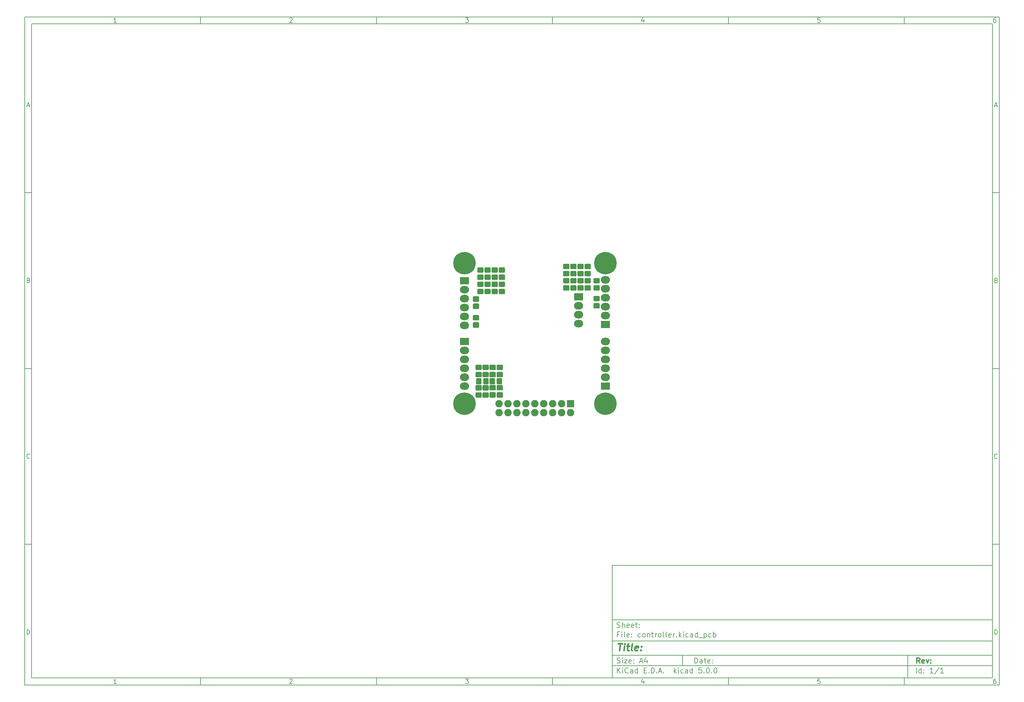
<source format=gbs>
G04 #@! TF.GenerationSoftware,KiCad,Pcbnew,5.0.0*
G04 #@! TF.CreationDate,2018-10-21T13:39:11+10:00*
G04 #@! TF.ProjectId,controller,636F6E74726F6C6C65722E6B69636164,rev?*
G04 #@! TF.SameCoordinates,Original*
G04 #@! TF.FileFunction,Soldermask,Bot*
G04 #@! TF.FilePolarity,Negative*
%FSLAX46Y46*%
G04 Gerber Fmt 4.6, Leading zero omitted, Abs format (unit mm)*
G04 Created by KiCad (PCBNEW 5.0.0) date Sun Oct 21 13:39:11 2018*
%MOMM*%
%LPD*%
G01*
G04 APERTURE LIST*
%ADD10C,0.100000*%
%ADD11C,0.150000*%
%ADD12C,0.300000*%
%ADD13C,0.400000*%
%ADD14C,1.550000*%
%ADD15R,2.600000X2.140000*%
%ADD16O,2.600000X2.140000*%
%ADD17R,2.100000X2.100000*%
%ADD18O,2.100000X2.100000*%
%ADD19C,1.200000*%
%ADD20C,6.400000*%
G04 APERTURE END LIST*
D10*
D11*
X177002200Y-166007200D02*
X177002200Y-198007200D01*
X285002200Y-198007200D01*
X285002200Y-166007200D01*
X177002200Y-166007200D01*
D10*
D11*
X10000000Y-10000000D02*
X10000000Y-200007200D01*
X287002200Y-200007200D01*
X287002200Y-10000000D01*
X10000000Y-10000000D01*
D10*
D11*
X12000000Y-12000000D02*
X12000000Y-198007200D01*
X285002200Y-198007200D01*
X285002200Y-12000000D01*
X12000000Y-12000000D01*
D10*
D11*
X60000000Y-12000000D02*
X60000000Y-10000000D01*
D10*
D11*
X110000000Y-12000000D02*
X110000000Y-10000000D01*
D10*
D11*
X160000000Y-12000000D02*
X160000000Y-10000000D01*
D10*
D11*
X210000000Y-12000000D02*
X210000000Y-10000000D01*
D10*
D11*
X260000000Y-12000000D02*
X260000000Y-10000000D01*
D10*
D11*
X36065476Y-11588095D02*
X35322619Y-11588095D01*
X35694047Y-11588095D02*
X35694047Y-10288095D01*
X35570238Y-10473809D01*
X35446428Y-10597619D01*
X35322619Y-10659523D01*
D10*
D11*
X85322619Y-10411904D02*
X85384523Y-10350000D01*
X85508333Y-10288095D01*
X85817857Y-10288095D01*
X85941666Y-10350000D01*
X86003571Y-10411904D01*
X86065476Y-10535714D01*
X86065476Y-10659523D01*
X86003571Y-10845238D01*
X85260714Y-11588095D01*
X86065476Y-11588095D01*
D10*
D11*
X135260714Y-10288095D02*
X136065476Y-10288095D01*
X135632142Y-10783333D01*
X135817857Y-10783333D01*
X135941666Y-10845238D01*
X136003571Y-10907142D01*
X136065476Y-11030952D01*
X136065476Y-11340476D01*
X136003571Y-11464285D01*
X135941666Y-11526190D01*
X135817857Y-11588095D01*
X135446428Y-11588095D01*
X135322619Y-11526190D01*
X135260714Y-11464285D01*
D10*
D11*
X185941666Y-10721428D02*
X185941666Y-11588095D01*
X185632142Y-10226190D02*
X185322619Y-11154761D01*
X186127380Y-11154761D01*
D10*
D11*
X236003571Y-10288095D02*
X235384523Y-10288095D01*
X235322619Y-10907142D01*
X235384523Y-10845238D01*
X235508333Y-10783333D01*
X235817857Y-10783333D01*
X235941666Y-10845238D01*
X236003571Y-10907142D01*
X236065476Y-11030952D01*
X236065476Y-11340476D01*
X236003571Y-11464285D01*
X235941666Y-11526190D01*
X235817857Y-11588095D01*
X235508333Y-11588095D01*
X235384523Y-11526190D01*
X235322619Y-11464285D01*
D10*
D11*
X285941666Y-10288095D02*
X285694047Y-10288095D01*
X285570238Y-10350000D01*
X285508333Y-10411904D01*
X285384523Y-10597619D01*
X285322619Y-10845238D01*
X285322619Y-11340476D01*
X285384523Y-11464285D01*
X285446428Y-11526190D01*
X285570238Y-11588095D01*
X285817857Y-11588095D01*
X285941666Y-11526190D01*
X286003571Y-11464285D01*
X286065476Y-11340476D01*
X286065476Y-11030952D01*
X286003571Y-10907142D01*
X285941666Y-10845238D01*
X285817857Y-10783333D01*
X285570238Y-10783333D01*
X285446428Y-10845238D01*
X285384523Y-10907142D01*
X285322619Y-11030952D01*
D10*
D11*
X60000000Y-198007200D02*
X60000000Y-200007200D01*
D10*
D11*
X110000000Y-198007200D02*
X110000000Y-200007200D01*
D10*
D11*
X160000000Y-198007200D02*
X160000000Y-200007200D01*
D10*
D11*
X210000000Y-198007200D02*
X210000000Y-200007200D01*
D10*
D11*
X260000000Y-198007200D02*
X260000000Y-200007200D01*
D10*
D11*
X36065476Y-199595295D02*
X35322619Y-199595295D01*
X35694047Y-199595295D02*
X35694047Y-198295295D01*
X35570238Y-198481009D01*
X35446428Y-198604819D01*
X35322619Y-198666723D01*
D10*
D11*
X85322619Y-198419104D02*
X85384523Y-198357200D01*
X85508333Y-198295295D01*
X85817857Y-198295295D01*
X85941666Y-198357200D01*
X86003571Y-198419104D01*
X86065476Y-198542914D01*
X86065476Y-198666723D01*
X86003571Y-198852438D01*
X85260714Y-199595295D01*
X86065476Y-199595295D01*
D10*
D11*
X135260714Y-198295295D02*
X136065476Y-198295295D01*
X135632142Y-198790533D01*
X135817857Y-198790533D01*
X135941666Y-198852438D01*
X136003571Y-198914342D01*
X136065476Y-199038152D01*
X136065476Y-199347676D01*
X136003571Y-199471485D01*
X135941666Y-199533390D01*
X135817857Y-199595295D01*
X135446428Y-199595295D01*
X135322619Y-199533390D01*
X135260714Y-199471485D01*
D10*
D11*
X185941666Y-198728628D02*
X185941666Y-199595295D01*
X185632142Y-198233390D02*
X185322619Y-199161961D01*
X186127380Y-199161961D01*
D10*
D11*
X236003571Y-198295295D02*
X235384523Y-198295295D01*
X235322619Y-198914342D01*
X235384523Y-198852438D01*
X235508333Y-198790533D01*
X235817857Y-198790533D01*
X235941666Y-198852438D01*
X236003571Y-198914342D01*
X236065476Y-199038152D01*
X236065476Y-199347676D01*
X236003571Y-199471485D01*
X235941666Y-199533390D01*
X235817857Y-199595295D01*
X235508333Y-199595295D01*
X235384523Y-199533390D01*
X235322619Y-199471485D01*
D10*
D11*
X285941666Y-198295295D02*
X285694047Y-198295295D01*
X285570238Y-198357200D01*
X285508333Y-198419104D01*
X285384523Y-198604819D01*
X285322619Y-198852438D01*
X285322619Y-199347676D01*
X285384523Y-199471485D01*
X285446428Y-199533390D01*
X285570238Y-199595295D01*
X285817857Y-199595295D01*
X285941666Y-199533390D01*
X286003571Y-199471485D01*
X286065476Y-199347676D01*
X286065476Y-199038152D01*
X286003571Y-198914342D01*
X285941666Y-198852438D01*
X285817857Y-198790533D01*
X285570238Y-198790533D01*
X285446428Y-198852438D01*
X285384523Y-198914342D01*
X285322619Y-199038152D01*
D10*
D11*
X10000000Y-60000000D02*
X12000000Y-60000000D01*
D10*
D11*
X10000000Y-110000000D02*
X12000000Y-110000000D01*
D10*
D11*
X10000000Y-160000000D02*
X12000000Y-160000000D01*
D10*
D11*
X10690476Y-35216666D02*
X11309523Y-35216666D01*
X10566666Y-35588095D02*
X11000000Y-34288095D01*
X11433333Y-35588095D01*
D10*
D11*
X11092857Y-84907142D02*
X11278571Y-84969047D01*
X11340476Y-85030952D01*
X11402380Y-85154761D01*
X11402380Y-85340476D01*
X11340476Y-85464285D01*
X11278571Y-85526190D01*
X11154761Y-85588095D01*
X10659523Y-85588095D01*
X10659523Y-84288095D01*
X11092857Y-84288095D01*
X11216666Y-84350000D01*
X11278571Y-84411904D01*
X11340476Y-84535714D01*
X11340476Y-84659523D01*
X11278571Y-84783333D01*
X11216666Y-84845238D01*
X11092857Y-84907142D01*
X10659523Y-84907142D01*
D10*
D11*
X11402380Y-135464285D02*
X11340476Y-135526190D01*
X11154761Y-135588095D01*
X11030952Y-135588095D01*
X10845238Y-135526190D01*
X10721428Y-135402380D01*
X10659523Y-135278571D01*
X10597619Y-135030952D01*
X10597619Y-134845238D01*
X10659523Y-134597619D01*
X10721428Y-134473809D01*
X10845238Y-134350000D01*
X11030952Y-134288095D01*
X11154761Y-134288095D01*
X11340476Y-134350000D01*
X11402380Y-134411904D01*
D10*
D11*
X10659523Y-185588095D02*
X10659523Y-184288095D01*
X10969047Y-184288095D01*
X11154761Y-184350000D01*
X11278571Y-184473809D01*
X11340476Y-184597619D01*
X11402380Y-184845238D01*
X11402380Y-185030952D01*
X11340476Y-185278571D01*
X11278571Y-185402380D01*
X11154761Y-185526190D01*
X10969047Y-185588095D01*
X10659523Y-185588095D01*
D10*
D11*
X287002200Y-60000000D02*
X285002200Y-60000000D01*
D10*
D11*
X287002200Y-110000000D02*
X285002200Y-110000000D01*
D10*
D11*
X287002200Y-160000000D02*
X285002200Y-160000000D01*
D10*
D11*
X285692676Y-35216666D02*
X286311723Y-35216666D01*
X285568866Y-35588095D02*
X286002200Y-34288095D01*
X286435533Y-35588095D01*
D10*
D11*
X286095057Y-84907142D02*
X286280771Y-84969047D01*
X286342676Y-85030952D01*
X286404580Y-85154761D01*
X286404580Y-85340476D01*
X286342676Y-85464285D01*
X286280771Y-85526190D01*
X286156961Y-85588095D01*
X285661723Y-85588095D01*
X285661723Y-84288095D01*
X286095057Y-84288095D01*
X286218866Y-84350000D01*
X286280771Y-84411904D01*
X286342676Y-84535714D01*
X286342676Y-84659523D01*
X286280771Y-84783333D01*
X286218866Y-84845238D01*
X286095057Y-84907142D01*
X285661723Y-84907142D01*
D10*
D11*
X286404580Y-135464285D02*
X286342676Y-135526190D01*
X286156961Y-135588095D01*
X286033152Y-135588095D01*
X285847438Y-135526190D01*
X285723628Y-135402380D01*
X285661723Y-135278571D01*
X285599819Y-135030952D01*
X285599819Y-134845238D01*
X285661723Y-134597619D01*
X285723628Y-134473809D01*
X285847438Y-134350000D01*
X286033152Y-134288095D01*
X286156961Y-134288095D01*
X286342676Y-134350000D01*
X286404580Y-134411904D01*
D10*
D11*
X285661723Y-185588095D02*
X285661723Y-184288095D01*
X285971247Y-184288095D01*
X286156961Y-184350000D01*
X286280771Y-184473809D01*
X286342676Y-184597619D01*
X286404580Y-184845238D01*
X286404580Y-185030952D01*
X286342676Y-185278571D01*
X286280771Y-185402380D01*
X286156961Y-185526190D01*
X285971247Y-185588095D01*
X285661723Y-185588095D01*
D10*
D11*
X200434342Y-193785771D02*
X200434342Y-192285771D01*
X200791485Y-192285771D01*
X201005771Y-192357200D01*
X201148628Y-192500057D01*
X201220057Y-192642914D01*
X201291485Y-192928628D01*
X201291485Y-193142914D01*
X201220057Y-193428628D01*
X201148628Y-193571485D01*
X201005771Y-193714342D01*
X200791485Y-193785771D01*
X200434342Y-193785771D01*
X202577200Y-193785771D02*
X202577200Y-193000057D01*
X202505771Y-192857200D01*
X202362914Y-192785771D01*
X202077200Y-192785771D01*
X201934342Y-192857200D01*
X202577200Y-193714342D02*
X202434342Y-193785771D01*
X202077200Y-193785771D01*
X201934342Y-193714342D01*
X201862914Y-193571485D01*
X201862914Y-193428628D01*
X201934342Y-193285771D01*
X202077200Y-193214342D01*
X202434342Y-193214342D01*
X202577200Y-193142914D01*
X203077200Y-192785771D02*
X203648628Y-192785771D01*
X203291485Y-192285771D02*
X203291485Y-193571485D01*
X203362914Y-193714342D01*
X203505771Y-193785771D01*
X203648628Y-193785771D01*
X204720057Y-193714342D02*
X204577200Y-193785771D01*
X204291485Y-193785771D01*
X204148628Y-193714342D01*
X204077200Y-193571485D01*
X204077200Y-193000057D01*
X204148628Y-192857200D01*
X204291485Y-192785771D01*
X204577200Y-192785771D01*
X204720057Y-192857200D01*
X204791485Y-193000057D01*
X204791485Y-193142914D01*
X204077200Y-193285771D01*
X205434342Y-193642914D02*
X205505771Y-193714342D01*
X205434342Y-193785771D01*
X205362914Y-193714342D01*
X205434342Y-193642914D01*
X205434342Y-193785771D01*
X205434342Y-192857200D02*
X205505771Y-192928628D01*
X205434342Y-193000057D01*
X205362914Y-192928628D01*
X205434342Y-192857200D01*
X205434342Y-193000057D01*
D10*
D11*
X177002200Y-194507200D02*
X285002200Y-194507200D01*
D10*
D11*
X178434342Y-196585771D02*
X178434342Y-195085771D01*
X179291485Y-196585771D02*
X178648628Y-195728628D01*
X179291485Y-195085771D02*
X178434342Y-195942914D01*
X179934342Y-196585771D02*
X179934342Y-195585771D01*
X179934342Y-195085771D02*
X179862914Y-195157200D01*
X179934342Y-195228628D01*
X180005771Y-195157200D01*
X179934342Y-195085771D01*
X179934342Y-195228628D01*
X181505771Y-196442914D02*
X181434342Y-196514342D01*
X181220057Y-196585771D01*
X181077200Y-196585771D01*
X180862914Y-196514342D01*
X180720057Y-196371485D01*
X180648628Y-196228628D01*
X180577200Y-195942914D01*
X180577200Y-195728628D01*
X180648628Y-195442914D01*
X180720057Y-195300057D01*
X180862914Y-195157200D01*
X181077200Y-195085771D01*
X181220057Y-195085771D01*
X181434342Y-195157200D01*
X181505771Y-195228628D01*
X182791485Y-196585771D02*
X182791485Y-195800057D01*
X182720057Y-195657200D01*
X182577200Y-195585771D01*
X182291485Y-195585771D01*
X182148628Y-195657200D01*
X182791485Y-196514342D02*
X182648628Y-196585771D01*
X182291485Y-196585771D01*
X182148628Y-196514342D01*
X182077200Y-196371485D01*
X182077200Y-196228628D01*
X182148628Y-196085771D01*
X182291485Y-196014342D01*
X182648628Y-196014342D01*
X182791485Y-195942914D01*
X184148628Y-196585771D02*
X184148628Y-195085771D01*
X184148628Y-196514342D02*
X184005771Y-196585771D01*
X183720057Y-196585771D01*
X183577200Y-196514342D01*
X183505771Y-196442914D01*
X183434342Y-196300057D01*
X183434342Y-195871485D01*
X183505771Y-195728628D01*
X183577200Y-195657200D01*
X183720057Y-195585771D01*
X184005771Y-195585771D01*
X184148628Y-195657200D01*
X186005771Y-195800057D02*
X186505771Y-195800057D01*
X186720057Y-196585771D02*
X186005771Y-196585771D01*
X186005771Y-195085771D01*
X186720057Y-195085771D01*
X187362914Y-196442914D02*
X187434342Y-196514342D01*
X187362914Y-196585771D01*
X187291485Y-196514342D01*
X187362914Y-196442914D01*
X187362914Y-196585771D01*
X188077200Y-196585771D02*
X188077200Y-195085771D01*
X188434342Y-195085771D01*
X188648628Y-195157200D01*
X188791485Y-195300057D01*
X188862914Y-195442914D01*
X188934342Y-195728628D01*
X188934342Y-195942914D01*
X188862914Y-196228628D01*
X188791485Y-196371485D01*
X188648628Y-196514342D01*
X188434342Y-196585771D01*
X188077200Y-196585771D01*
X189577200Y-196442914D02*
X189648628Y-196514342D01*
X189577200Y-196585771D01*
X189505771Y-196514342D01*
X189577200Y-196442914D01*
X189577200Y-196585771D01*
X190220057Y-196157200D02*
X190934342Y-196157200D01*
X190077200Y-196585771D02*
X190577200Y-195085771D01*
X191077200Y-196585771D01*
X191577200Y-196442914D02*
X191648628Y-196514342D01*
X191577200Y-196585771D01*
X191505771Y-196514342D01*
X191577200Y-196442914D01*
X191577200Y-196585771D01*
X194577200Y-196585771D02*
X194577200Y-195085771D01*
X194720057Y-196014342D02*
X195148628Y-196585771D01*
X195148628Y-195585771D02*
X194577200Y-196157200D01*
X195791485Y-196585771D02*
X195791485Y-195585771D01*
X195791485Y-195085771D02*
X195720057Y-195157200D01*
X195791485Y-195228628D01*
X195862914Y-195157200D01*
X195791485Y-195085771D01*
X195791485Y-195228628D01*
X197148628Y-196514342D02*
X197005771Y-196585771D01*
X196720057Y-196585771D01*
X196577200Y-196514342D01*
X196505771Y-196442914D01*
X196434342Y-196300057D01*
X196434342Y-195871485D01*
X196505771Y-195728628D01*
X196577200Y-195657200D01*
X196720057Y-195585771D01*
X197005771Y-195585771D01*
X197148628Y-195657200D01*
X198434342Y-196585771D02*
X198434342Y-195800057D01*
X198362914Y-195657200D01*
X198220057Y-195585771D01*
X197934342Y-195585771D01*
X197791485Y-195657200D01*
X198434342Y-196514342D02*
X198291485Y-196585771D01*
X197934342Y-196585771D01*
X197791485Y-196514342D01*
X197720057Y-196371485D01*
X197720057Y-196228628D01*
X197791485Y-196085771D01*
X197934342Y-196014342D01*
X198291485Y-196014342D01*
X198434342Y-195942914D01*
X199791485Y-196585771D02*
X199791485Y-195085771D01*
X199791485Y-196514342D02*
X199648628Y-196585771D01*
X199362914Y-196585771D01*
X199220057Y-196514342D01*
X199148628Y-196442914D01*
X199077200Y-196300057D01*
X199077200Y-195871485D01*
X199148628Y-195728628D01*
X199220057Y-195657200D01*
X199362914Y-195585771D01*
X199648628Y-195585771D01*
X199791485Y-195657200D01*
X202362914Y-195085771D02*
X201648628Y-195085771D01*
X201577200Y-195800057D01*
X201648628Y-195728628D01*
X201791485Y-195657200D01*
X202148628Y-195657200D01*
X202291485Y-195728628D01*
X202362914Y-195800057D01*
X202434342Y-195942914D01*
X202434342Y-196300057D01*
X202362914Y-196442914D01*
X202291485Y-196514342D01*
X202148628Y-196585771D01*
X201791485Y-196585771D01*
X201648628Y-196514342D01*
X201577200Y-196442914D01*
X203077200Y-196442914D02*
X203148628Y-196514342D01*
X203077200Y-196585771D01*
X203005771Y-196514342D01*
X203077200Y-196442914D01*
X203077200Y-196585771D01*
X204077200Y-195085771D02*
X204220057Y-195085771D01*
X204362914Y-195157200D01*
X204434342Y-195228628D01*
X204505771Y-195371485D01*
X204577200Y-195657200D01*
X204577200Y-196014342D01*
X204505771Y-196300057D01*
X204434342Y-196442914D01*
X204362914Y-196514342D01*
X204220057Y-196585771D01*
X204077200Y-196585771D01*
X203934342Y-196514342D01*
X203862914Y-196442914D01*
X203791485Y-196300057D01*
X203720057Y-196014342D01*
X203720057Y-195657200D01*
X203791485Y-195371485D01*
X203862914Y-195228628D01*
X203934342Y-195157200D01*
X204077200Y-195085771D01*
X205220057Y-196442914D02*
X205291485Y-196514342D01*
X205220057Y-196585771D01*
X205148628Y-196514342D01*
X205220057Y-196442914D01*
X205220057Y-196585771D01*
X206220057Y-195085771D02*
X206362914Y-195085771D01*
X206505771Y-195157200D01*
X206577200Y-195228628D01*
X206648628Y-195371485D01*
X206720057Y-195657200D01*
X206720057Y-196014342D01*
X206648628Y-196300057D01*
X206577200Y-196442914D01*
X206505771Y-196514342D01*
X206362914Y-196585771D01*
X206220057Y-196585771D01*
X206077200Y-196514342D01*
X206005771Y-196442914D01*
X205934342Y-196300057D01*
X205862914Y-196014342D01*
X205862914Y-195657200D01*
X205934342Y-195371485D01*
X206005771Y-195228628D01*
X206077200Y-195157200D01*
X206220057Y-195085771D01*
D10*
D11*
X177002200Y-191507200D02*
X285002200Y-191507200D01*
D10*
D12*
X264411485Y-193785771D02*
X263911485Y-193071485D01*
X263554342Y-193785771D02*
X263554342Y-192285771D01*
X264125771Y-192285771D01*
X264268628Y-192357200D01*
X264340057Y-192428628D01*
X264411485Y-192571485D01*
X264411485Y-192785771D01*
X264340057Y-192928628D01*
X264268628Y-193000057D01*
X264125771Y-193071485D01*
X263554342Y-193071485D01*
X265625771Y-193714342D02*
X265482914Y-193785771D01*
X265197200Y-193785771D01*
X265054342Y-193714342D01*
X264982914Y-193571485D01*
X264982914Y-193000057D01*
X265054342Y-192857200D01*
X265197200Y-192785771D01*
X265482914Y-192785771D01*
X265625771Y-192857200D01*
X265697200Y-193000057D01*
X265697200Y-193142914D01*
X264982914Y-193285771D01*
X266197200Y-192785771D02*
X266554342Y-193785771D01*
X266911485Y-192785771D01*
X267482914Y-193642914D02*
X267554342Y-193714342D01*
X267482914Y-193785771D01*
X267411485Y-193714342D01*
X267482914Y-193642914D01*
X267482914Y-193785771D01*
X267482914Y-192857200D02*
X267554342Y-192928628D01*
X267482914Y-193000057D01*
X267411485Y-192928628D01*
X267482914Y-192857200D01*
X267482914Y-193000057D01*
D10*
D11*
X178362914Y-193714342D02*
X178577200Y-193785771D01*
X178934342Y-193785771D01*
X179077200Y-193714342D01*
X179148628Y-193642914D01*
X179220057Y-193500057D01*
X179220057Y-193357200D01*
X179148628Y-193214342D01*
X179077200Y-193142914D01*
X178934342Y-193071485D01*
X178648628Y-193000057D01*
X178505771Y-192928628D01*
X178434342Y-192857200D01*
X178362914Y-192714342D01*
X178362914Y-192571485D01*
X178434342Y-192428628D01*
X178505771Y-192357200D01*
X178648628Y-192285771D01*
X179005771Y-192285771D01*
X179220057Y-192357200D01*
X179862914Y-193785771D02*
X179862914Y-192785771D01*
X179862914Y-192285771D02*
X179791485Y-192357200D01*
X179862914Y-192428628D01*
X179934342Y-192357200D01*
X179862914Y-192285771D01*
X179862914Y-192428628D01*
X180434342Y-192785771D02*
X181220057Y-192785771D01*
X180434342Y-193785771D01*
X181220057Y-193785771D01*
X182362914Y-193714342D02*
X182220057Y-193785771D01*
X181934342Y-193785771D01*
X181791485Y-193714342D01*
X181720057Y-193571485D01*
X181720057Y-193000057D01*
X181791485Y-192857200D01*
X181934342Y-192785771D01*
X182220057Y-192785771D01*
X182362914Y-192857200D01*
X182434342Y-193000057D01*
X182434342Y-193142914D01*
X181720057Y-193285771D01*
X183077200Y-193642914D02*
X183148628Y-193714342D01*
X183077200Y-193785771D01*
X183005771Y-193714342D01*
X183077200Y-193642914D01*
X183077200Y-193785771D01*
X183077200Y-192857200D02*
X183148628Y-192928628D01*
X183077200Y-193000057D01*
X183005771Y-192928628D01*
X183077200Y-192857200D01*
X183077200Y-193000057D01*
X184862914Y-193357200D02*
X185577200Y-193357200D01*
X184720057Y-193785771D02*
X185220057Y-192285771D01*
X185720057Y-193785771D01*
X186862914Y-192785771D02*
X186862914Y-193785771D01*
X186505771Y-192214342D02*
X186148628Y-193285771D01*
X187077200Y-193285771D01*
D10*
D11*
X263434342Y-196585771D02*
X263434342Y-195085771D01*
X264791485Y-196585771D02*
X264791485Y-195085771D01*
X264791485Y-196514342D02*
X264648628Y-196585771D01*
X264362914Y-196585771D01*
X264220057Y-196514342D01*
X264148628Y-196442914D01*
X264077200Y-196300057D01*
X264077200Y-195871485D01*
X264148628Y-195728628D01*
X264220057Y-195657200D01*
X264362914Y-195585771D01*
X264648628Y-195585771D01*
X264791485Y-195657200D01*
X265505771Y-196442914D02*
X265577200Y-196514342D01*
X265505771Y-196585771D01*
X265434342Y-196514342D01*
X265505771Y-196442914D01*
X265505771Y-196585771D01*
X265505771Y-195657200D02*
X265577200Y-195728628D01*
X265505771Y-195800057D01*
X265434342Y-195728628D01*
X265505771Y-195657200D01*
X265505771Y-195800057D01*
X268148628Y-196585771D02*
X267291485Y-196585771D01*
X267720057Y-196585771D02*
X267720057Y-195085771D01*
X267577200Y-195300057D01*
X267434342Y-195442914D01*
X267291485Y-195514342D01*
X269862914Y-195014342D02*
X268577200Y-196942914D01*
X271148628Y-196585771D02*
X270291485Y-196585771D01*
X270720057Y-196585771D02*
X270720057Y-195085771D01*
X270577200Y-195300057D01*
X270434342Y-195442914D01*
X270291485Y-195514342D01*
D10*
D11*
X177002200Y-187507200D02*
X285002200Y-187507200D01*
D10*
D13*
X178714580Y-188211961D02*
X179857438Y-188211961D01*
X179036009Y-190211961D02*
X179286009Y-188211961D01*
X180274104Y-190211961D02*
X180440771Y-188878628D01*
X180524104Y-188211961D02*
X180416961Y-188307200D01*
X180500295Y-188402438D01*
X180607438Y-188307200D01*
X180524104Y-188211961D01*
X180500295Y-188402438D01*
X181107438Y-188878628D02*
X181869342Y-188878628D01*
X181476485Y-188211961D02*
X181262200Y-189926247D01*
X181333628Y-190116723D01*
X181512200Y-190211961D01*
X181702676Y-190211961D01*
X182655057Y-190211961D02*
X182476485Y-190116723D01*
X182405057Y-189926247D01*
X182619342Y-188211961D01*
X184190771Y-190116723D02*
X183988390Y-190211961D01*
X183607438Y-190211961D01*
X183428866Y-190116723D01*
X183357438Y-189926247D01*
X183452676Y-189164342D01*
X183571723Y-188973866D01*
X183774104Y-188878628D01*
X184155057Y-188878628D01*
X184333628Y-188973866D01*
X184405057Y-189164342D01*
X184381247Y-189354819D01*
X183405057Y-189545295D01*
X185155057Y-190021485D02*
X185238390Y-190116723D01*
X185131247Y-190211961D01*
X185047914Y-190116723D01*
X185155057Y-190021485D01*
X185131247Y-190211961D01*
X185286009Y-188973866D02*
X185369342Y-189069104D01*
X185262200Y-189164342D01*
X185178866Y-189069104D01*
X185286009Y-188973866D01*
X185262200Y-189164342D01*
D10*
D11*
X178934342Y-185600057D02*
X178434342Y-185600057D01*
X178434342Y-186385771D02*
X178434342Y-184885771D01*
X179148628Y-184885771D01*
X179720057Y-186385771D02*
X179720057Y-185385771D01*
X179720057Y-184885771D02*
X179648628Y-184957200D01*
X179720057Y-185028628D01*
X179791485Y-184957200D01*
X179720057Y-184885771D01*
X179720057Y-185028628D01*
X180648628Y-186385771D02*
X180505771Y-186314342D01*
X180434342Y-186171485D01*
X180434342Y-184885771D01*
X181791485Y-186314342D02*
X181648628Y-186385771D01*
X181362914Y-186385771D01*
X181220057Y-186314342D01*
X181148628Y-186171485D01*
X181148628Y-185600057D01*
X181220057Y-185457200D01*
X181362914Y-185385771D01*
X181648628Y-185385771D01*
X181791485Y-185457200D01*
X181862914Y-185600057D01*
X181862914Y-185742914D01*
X181148628Y-185885771D01*
X182505771Y-186242914D02*
X182577200Y-186314342D01*
X182505771Y-186385771D01*
X182434342Y-186314342D01*
X182505771Y-186242914D01*
X182505771Y-186385771D01*
X182505771Y-185457200D02*
X182577200Y-185528628D01*
X182505771Y-185600057D01*
X182434342Y-185528628D01*
X182505771Y-185457200D01*
X182505771Y-185600057D01*
X185005771Y-186314342D02*
X184862914Y-186385771D01*
X184577200Y-186385771D01*
X184434342Y-186314342D01*
X184362914Y-186242914D01*
X184291485Y-186100057D01*
X184291485Y-185671485D01*
X184362914Y-185528628D01*
X184434342Y-185457200D01*
X184577200Y-185385771D01*
X184862914Y-185385771D01*
X185005771Y-185457200D01*
X185862914Y-186385771D02*
X185720057Y-186314342D01*
X185648628Y-186242914D01*
X185577200Y-186100057D01*
X185577200Y-185671485D01*
X185648628Y-185528628D01*
X185720057Y-185457200D01*
X185862914Y-185385771D01*
X186077200Y-185385771D01*
X186220057Y-185457200D01*
X186291485Y-185528628D01*
X186362914Y-185671485D01*
X186362914Y-186100057D01*
X186291485Y-186242914D01*
X186220057Y-186314342D01*
X186077200Y-186385771D01*
X185862914Y-186385771D01*
X187005771Y-185385771D02*
X187005771Y-186385771D01*
X187005771Y-185528628D02*
X187077200Y-185457200D01*
X187220057Y-185385771D01*
X187434342Y-185385771D01*
X187577200Y-185457200D01*
X187648628Y-185600057D01*
X187648628Y-186385771D01*
X188148628Y-185385771D02*
X188720057Y-185385771D01*
X188362914Y-184885771D02*
X188362914Y-186171485D01*
X188434342Y-186314342D01*
X188577200Y-186385771D01*
X188720057Y-186385771D01*
X189220057Y-186385771D02*
X189220057Y-185385771D01*
X189220057Y-185671485D02*
X189291485Y-185528628D01*
X189362914Y-185457200D01*
X189505771Y-185385771D01*
X189648628Y-185385771D01*
X190362914Y-186385771D02*
X190220057Y-186314342D01*
X190148628Y-186242914D01*
X190077200Y-186100057D01*
X190077200Y-185671485D01*
X190148628Y-185528628D01*
X190220057Y-185457200D01*
X190362914Y-185385771D01*
X190577200Y-185385771D01*
X190720057Y-185457200D01*
X190791485Y-185528628D01*
X190862914Y-185671485D01*
X190862914Y-186100057D01*
X190791485Y-186242914D01*
X190720057Y-186314342D01*
X190577200Y-186385771D01*
X190362914Y-186385771D01*
X191720057Y-186385771D02*
X191577200Y-186314342D01*
X191505771Y-186171485D01*
X191505771Y-184885771D01*
X192505771Y-186385771D02*
X192362914Y-186314342D01*
X192291485Y-186171485D01*
X192291485Y-184885771D01*
X193648628Y-186314342D02*
X193505771Y-186385771D01*
X193220057Y-186385771D01*
X193077200Y-186314342D01*
X193005771Y-186171485D01*
X193005771Y-185600057D01*
X193077200Y-185457200D01*
X193220057Y-185385771D01*
X193505771Y-185385771D01*
X193648628Y-185457200D01*
X193720057Y-185600057D01*
X193720057Y-185742914D01*
X193005771Y-185885771D01*
X194362914Y-186385771D02*
X194362914Y-185385771D01*
X194362914Y-185671485D02*
X194434342Y-185528628D01*
X194505771Y-185457200D01*
X194648628Y-185385771D01*
X194791485Y-185385771D01*
X195291485Y-186242914D02*
X195362914Y-186314342D01*
X195291485Y-186385771D01*
X195220057Y-186314342D01*
X195291485Y-186242914D01*
X195291485Y-186385771D01*
X196005771Y-186385771D02*
X196005771Y-184885771D01*
X196148628Y-185814342D02*
X196577200Y-186385771D01*
X196577200Y-185385771D02*
X196005771Y-185957200D01*
X197220057Y-186385771D02*
X197220057Y-185385771D01*
X197220057Y-184885771D02*
X197148628Y-184957200D01*
X197220057Y-185028628D01*
X197291485Y-184957200D01*
X197220057Y-184885771D01*
X197220057Y-185028628D01*
X198577200Y-186314342D02*
X198434342Y-186385771D01*
X198148628Y-186385771D01*
X198005771Y-186314342D01*
X197934342Y-186242914D01*
X197862914Y-186100057D01*
X197862914Y-185671485D01*
X197934342Y-185528628D01*
X198005771Y-185457200D01*
X198148628Y-185385771D01*
X198434342Y-185385771D01*
X198577200Y-185457200D01*
X199862914Y-186385771D02*
X199862914Y-185600057D01*
X199791485Y-185457200D01*
X199648628Y-185385771D01*
X199362914Y-185385771D01*
X199220057Y-185457200D01*
X199862914Y-186314342D02*
X199720057Y-186385771D01*
X199362914Y-186385771D01*
X199220057Y-186314342D01*
X199148628Y-186171485D01*
X199148628Y-186028628D01*
X199220057Y-185885771D01*
X199362914Y-185814342D01*
X199720057Y-185814342D01*
X199862914Y-185742914D01*
X201220057Y-186385771D02*
X201220057Y-184885771D01*
X201220057Y-186314342D02*
X201077200Y-186385771D01*
X200791485Y-186385771D01*
X200648628Y-186314342D01*
X200577200Y-186242914D01*
X200505771Y-186100057D01*
X200505771Y-185671485D01*
X200577200Y-185528628D01*
X200648628Y-185457200D01*
X200791485Y-185385771D01*
X201077200Y-185385771D01*
X201220057Y-185457200D01*
X201577200Y-186528628D02*
X202720057Y-186528628D01*
X203077200Y-185385771D02*
X203077200Y-186885771D01*
X203077200Y-185457200D02*
X203220057Y-185385771D01*
X203505771Y-185385771D01*
X203648628Y-185457200D01*
X203720057Y-185528628D01*
X203791485Y-185671485D01*
X203791485Y-186100057D01*
X203720057Y-186242914D01*
X203648628Y-186314342D01*
X203505771Y-186385771D01*
X203220057Y-186385771D01*
X203077200Y-186314342D01*
X205077200Y-186314342D02*
X204934342Y-186385771D01*
X204648628Y-186385771D01*
X204505771Y-186314342D01*
X204434342Y-186242914D01*
X204362914Y-186100057D01*
X204362914Y-185671485D01*
X204434342Y-185528628D01*
X204505771Y-185457200D01*
X204648628Y-185385771D01*
X204934342Y-185385771D01*
X205077200Y-185457200D01*
X205720057Y-186385771D02*
X205720057Y-184885771D01*
X205720057Y-185457200D02*
X205862914Y-185385771D01*
X206148628Y-185385771D01*
X206291485Y-185457200D01*
X206362914Y-185528628D01*
X206434342Y-185671485D01*
X206434342Y-186100057D01*
X206362914Y-186242914D01*
X206291485Y-186314342D01*
X206148628Y-186385771D01*
X205862914Y-186385771D01*
X205720057Y-186314342D01*
D10*
D11*
X177002200Y-181507200D02*
X285002200Y-181507200D01*
D10*
D11*
X178362914Y-183614342D02*
X178577200Y-183685771D01*
X178934342Y-183685771D01*
X179077200Y-183614342D01*
X179148628Y-183542914D01*
X179220057Y-183400057D01*
X179220057Y-183257200D01*
X179148628Y-183114342D01*
X179077200Y-183042914D01*
X178934342Y-182971485D01*
X178648628Y-182900057D01*
X178505771Y-182828628D01*
X178434342Y-182757200D01*
X178362914Y-182614342D01*
X178362914Y-182471485D01*
X178434342Y-182328628D01*
X178505771Y-182257200D01*
X178648628Y-182185771D01*
X179005771Y-182185771D01*
X179220057Y-182257200D01*
X179862914Y-183685771D02*
X179862914Y-182185771D01*
X180505771Y-183685771D02*
X180505771Y-182900057D01*
X180434342Y-182757200D01*
X180291485Y-182685771D01*
X180077200Y-182685771D01*
X179934342Y-182757200D01*
X179862914Y-182828628D01*
X181791485Y-183614342D02*
X181648628Y-183685771D01*
X181362914Y-183685771D01*
X181220057Y-183614342D01*
X181148628Y-183471485D01*
X181148628Y-182900057D01*
X181220057Y-182757200D01*
X181362914Y-182685771D01*
X181648628Y-182685771D01*
X181791485Y-182757200D01*
X181862914Y-182900057D01*
X181862914Y-183042914D01*
X181148628Y-183185771D01*
X183077200Y-183614342D02*
X182934342Y-183685771D01*
X182648628Y-183685771D01*
X182505771Y-183614342D01*
X182434342Y-183471485D01*
X182434342Y-182900057D01*
X182505771Y-182757200D01*
X182648628Y-182685771D01*
X182934342Y-182685771D01*
X183077200Y-182757200D01*
X183148628Y-182900057D01*
X183148628Y-183042914D01*
X182434342Y-183185771D01*
X183577200Y-182685771D02*
X184148628Y-182685771D01*
X183791485Y-182185771D02*
X183791485Y-183471485D01*
X183862914Y-183614342D01*
X184005771Y-183685771D01*
X184148628Y-183685771D01*
X184648628Y-183542914D02*
X184720057Y-183614342D01*
X184648628Y-183685771D01*
X184577200Y-183614342D01*
X184648628Y-183542914D01*
X184648628Y-183685771D01*
X184648628Y-182757200D02*
X184720057Y-182828628D01*
X184648628Y-182900057D01*
X184577200Y-182828628D01*
X184648628Y-182757200D01*
X184648628Y-182900057D01*
D10*
D11*
X197002200Y-191507200D02*
X197002200Y-194507200D01*
D10*
D11*
X261002200Y-191507200D02*
X261002200Y-198007200D01*
D10*
G04 #@! TO.C,R18*
G36*
X138846071Y-89461623D02*
X138878781Y-89466475D01*
X138910857Y-89474509D01*
X138941991Y-89485649D01*
X138971884Y-89499787D01*
X139000247Y-89516787D01*
X139026807Y-89536485D01*
X139051308Y-89558692D01*
X139073515Y-89583193D01*
X139093213Y-89609753D01*
X139110213Y-89638116D01*
X139124351Y-89668009D01*
X139135491Y-89699143D01*
X139143525Y-89731219D01*
X139148377Y-89763929D01*
X139150000Y-89796956D01*
X139150000Y-90673044D01*
X139148377Y-90706071D01*
X139143525Y-90738781D01*
X139135491Y-90770857D01*
X139124351Y-90801991D01*
X139110213Y-90831884D01*
X139093213Y-90860247D01*
X139073515Y-90886807D01*
X139051308Y-90911308D01*
X139026807Y-90933515D01*
X139000247Y-90953213D01*
X138971884Y-90970213D01*
X138941991Y-90984351D01*
X138910857Y-90995491D01*
X138878781Y-91003525D01*
X138846071Y-91008377D01*
X138813044Y-91010000D01*
X137686956Y-91010000D01*
X137653929Y-91008377D01*
X137621219Y-91003525D01*
X137589143Y-90995491D01*
X137558009Y-90984351D01*
X137528116Y-90970213D01*
X137499753Y-90953213D01*
X137473193Y-90933515D01*
X137448692Y-90911308D01*
X137426485Y-90886807D01*
X137406787Y-90860247D01*
X137389787Y-90831884D01*
X137375649Y-90801991D01*
X137364509Y-90770857D01*
X137356475Y-90738781D01*
X137351623Y-90706071D01*
X137350000Y-90673044D01*
X137350000Y-89796956D01*
X137351623Y-89763929D01*
X137356475Y-89731219D01*
X137364509Y-89699143D01*
X137375649Y-89668009D01*
X137389787Y-89638116D01*
X137406787Y-89609753D01*
X137426485Y-89583193D01*
X137448692Y-89558692D01*
X137473193Y-89536485D01*
X137499753Y-89516787D01*
X137528116Y-89499787D01*
X137558009Y-89485649D01*
X137589143Y-89474509D01*
X137621219Y-89466475D01*
X137653929Y-89461623D01*
X137686956Y-89460000D01*
X138813044Y-89460000D01*
X138846071Y-89461623D01*
X138846071Y-89461623D01*
G37*
D14*
X138250000Y-90235000D03*
D10*
G36*
X138846071Y-91511623D02*
X138878781Y-91516475D01*
X138910857Y-91524509D01*
X138941991Y-91535649D01*
X138971884Y-91549787D01*
X139000247Y-91566787D01*
X139026807Y-91586485D01*
X139051308Y-91608692D01*
X139073515Y-91633193D01*
X139093213Y-91659753D01*
X139110213Y-91688116D01*
X139124351Y-91718009D01*
X139135491Y-91749143D01*
X139143525Y-91781219D01*
X139148377Y-91813929D01*
X139150000Y-91846956D01*
X139150000Y-92723044D01*
X139148377Y-92756071D01*
X139143525Y-92788781D01*
X139135491Y-92820857D01*
X139124351Y-92851991D01*
X139110213Y-92881884D01*
X139093213Y-92910247D01*
X139073515Y-92936807D01*
X139051308Y-92961308D01*
X139026807Y-92983515D01*
X139000247Y-93003213D01*
X138971884Y-93020213D01*
X138941991Y-93034351D01*
X138910857Y-93045491D01*
X138878781Y-93053525D01*
X138846071Y-93058377D01*
X138813044Y-93060000D01*
X137686956Y-93060000D01*
X137653929Y-93058377D01*
X137621219Y-93053525D01*
X137589143Y-93045491D01*
X137558009Y-93034351D01*
X137528116Y-93020213D01*
X137499753Y-93003213D01*
X137473193Y-92983515D01*
X137448692Y-92961308D01*
X137426485Y-92936807D01*
X137406787Y-92910247D01*
X137389787Y-92881884D01*
X137375649Y-92851991D01*
X137364509Y-92820857D01*
X137356475Y-92788781D01*
X137351623Y-92756071D01*
X137350000Y-92723044D01*
X137350000Y-91846956D01*
X137351623Y-91813929D01*
X137356475Y-91781219D01*
X137364509Y-91749143D01*
X137375649Y-91718009D01*
X137389787Y-91688116D01*
X137406787Y-91659753D01*
X137426485Y-91633193D01*
X137448692Y-91608692D01*
X137473193Y-91586485D01*
X137499753Y-91566787D01*
X137528116Y-91549787D01*
X137558009Y-91535649D01*
X137589143Y-91524509D01*
X137621219Y-91516475D01*
X137653929Y-91511623D01*
X137686956Y-91510000D01*
X138813044Y-91510000D01*
X138846071Y-91511623D01*
X138846071Y-91511623D01*
G37*
D14*
X138250000Y-92285000D03*
G04 #@! TD*
D10*
G04 #@! TO.C,R19*
G36*
X138846071Y-94786623D02*
X138878781Y-94791475D01*
X138910857Y-94799509D01*
X138941991Y-94810649D01*
X138971884Y-94824787D01*
X139000247Y-94841787D01*
X139026807Y-94861485D01*
X139051308Y-94883692D01*
X139073515Y-94908193D01*
X139093213Y-94934753D01*
X139110213Y-94963116D01*
X139124351Y-94993009D01*
X139135491Y-95024143D01*
X139143525Y-95056219D01*
X139148377Y-95088929D01*
X139150000Y-95121956D01*
X139150000Y-95998044D01*
X139148377Y-96031071D01*
X139143525Y-96063781D01*
X139135491Y-96095857D01*
X139124351Y-96126991D01*
X139110213Y-96156884D01*
X139093213Y-96185247D01*
X139073515Y-96211807D01*
X139051308Y-96236308D01*
X139026807Y-96258515D01*
X139000247Y-96278213D01*
X138971884Y-96295213D01*
X138941991Y-96309351D01*
X138910857Y-96320491D01*
X138878781Y-96328525D01*
X138846071Y-96333377D01*
X138813044Y-96335000D01*
X137686956Y-96335000D01*
X137653929Y-96333377D01*
X137621219Y-96328525D01*
X137589143Y-96320491D01*
X137558009Y-96309351D01*
X137528116Y-96295213D01*
X137499753Y-96278213D01*
X137473193Y-96258515D01*
X137448692Y-96236308D01*
X137426485Y-96211807D01*
X137406787Y-96185247D01*
X137389787Y-96156884D01*
X137375649Y-96126991D01*
X137364509Y-96095857D01*
X137356475Y-96063781D01*
X137351623Y-96031071D01*
X137350000Y-95998044D01*
X137350000Y-95121956D01*
X137351623Y-95088929D01*
X137356475Y-95056219D01*
X137364509Y-95024143D01*
X137375649Y-94993009D01*
X137389787Y-94963116D01*
X137406787Y-94934753D01*
X137426485Y-94908193D01*
X137448692Y-94883692D01*
X137473193Y-94861485D01*
X137499753Y-94841787D01*
X137528116Y-94824787D01*
X137558009Y-94810649D01*
X137589143Y-94799509D01*
X137621219Y-94791475D01*
X137653929Y-94786623D01*
X137686956Y-94785000D01*
X138813044Y-94785000D01*
X138846071Y-94786623D01*
X138846071Y-94786623D01*
G37*
D14*
X138250000Y-95560000D03*
D10*
G36*
X138846071Y-96836623D02*
X138878781Y-96841475D01*
X138910857Y-96849509D01*
X138941991Y-96860649D01*
X138971884Y-96874787D01*
X139000247Y-96891787D01*
X139026807Y-96911485D01*
X139051308Y-96933692D01*
X139073515Y-96958193D01*
X139093213Y-96984753D01*
X139110213Y-97013116D01*
X139124351Y-97043009D01*
X139135491Y-97074143D01*
X139143525Y-97106219D01*
X139148377Y-97138929D01*
X139150000Y-97171956D01*
X139150000Y-98048044D01*
X139148377Y-98081071D01*
X139143525Y-98113781D01*
X139135491Y-98145857D01*
X139124351Y-98176991D01*
X139110213Y-98206884D01*
X139093213Y-98235247D01*
X139073515Y-98261807D01*
X139051308Y-98286308D01*
X139026807Y-98308515D01*
X139000247Y-98328213D01*
X138971884Y-98345213D01*
X138941991Y-98359351D01*
X138910857Y-98370491D01*
X138878781Y-98378525D01*
X138846071Y-98383377D01*
X138813044Y-98385000D01*
X137686956Y-98385000D01*
X137653929Y-98383377D01*
X137621219Y-98378525D01*
X137589143Y-98370491D01*
X137558009Y-98359351D01*
X137528116Y-98345213D01*
X137499753Y-98328213D01*
X137473193Y-98308515D01*
X137448692Y-98286308D01*
X137426485Y-98261807D01*
X137406787Y-98235247D01*
X137389787Y-98206884D01*
X137375649Y-98176991D01*
X137364509Y-98145857D01*
X137356475Y-98113781D01*
X137351623Y-98081071D01*
X137350000Y-98048044D01*
X137350000Y-97171956D01*
X137351623Y-97138929D01*
X137356475Y-97106219D01*
X137364509Y-97074143D01*
X137375649Y-97043009D01*
X137389787Y-97013116D01*
X137406787Y-96984753D01*
X137426485Y-96958193D01*
X137448692Y-96933692D01*
X137473193Y-96911485D01*
X137499753Y-96891787D01*
X137528116Y-96874787D01*
X137558009Y-96860649D01*
X137589143Y-96849509D01*
X137621219Y-96841475D01*
X137653929Y-96836623D01*
X137686956Y-96835000D01*
X138813044Y-96835000D01*
X138846071Y-96836623D01*
X138846071Y-96836623D01*
G37*
D14*
X138250000Y-97610000D03*
G04 #@! TD*
D10*
G04 #@! TO.C,R23*
G36*
X140116071Y-87311623D02*
X140148781Y-87316475D01*
X140180857Y-87324509D01*
X140211991Y-87335649D01*
X140241884Y-87349787D01*
X140270247Y-87366787D01*
X140296807Y-87386485D01*
X140321308Y-87408692D01*
X140343515Y-87433193D01*
X140363213Y-87459753D01*
X140380213Y-87488116D01*
X140394351Y-87518009D01*
X140405491Y-87549143D01*
X140413525Y-87581219D01*
X140418377Y-87613929D01*
X140420000Y-87646956D01*
X140420000Y-88523044D01*
X140418377Y-88556071D01*
X140413525Y-88588781D01*
X140405491Y-88620857D01*
X140394351Y-88651991D01*
X140380213Y-88681884D01*
X140363213Y-88710247D01*
X140343515Y-88736807D01*
X140321308Y-88761308D01*
X140296807Y-88783515D01*
X140270247Y-88803213D01*
X140241884Y-88820213D01*
X140211991Y-88834351D01*
X140180857Y-88845491D01*
X140148781Y-88853525D01*
X140116071Y-88858377D01*
X140083044Y-88860000D01*
X138956956Y-88860000D01*
X138923929Y-88858377D01*
X138891219Y-88853525D01*
X138859143Y-88845491D01*
X138828009Y-88834351D01*
X138798116Y-88820213D01*
X138769753Y-88803213D01*
X138743193Y-88783515D01*
X138718692Y-88761308D01*
X138696485Y-88736807D01*
X138676787Y-88710247D01*
X138659787Y-88681884D01*
X138645649Y-88651991D01*
X138634509Y-88620857D01*
X138626475Y-88588781D01*
X138621623Y-88556071D01*
X138620000Y-88523044D01*
X138620000Y-87646956D01*
X138621623Y-87613929D01*
X138626475Y-87581219D01*
X138634509Y-87549143D01*
X138645649Y-87518009D01*
X138659787Y-87488116D01*
X138676787Y-87459753D01*
X138696485Y-87433193D01*
X138718692Y-87408692D01*
X138743193Y-87386485D01*
X138769753Y-87366787D01*
X138798116Y-87349787D01*
X138828009Y-87335649D01*
X138859143Y-87324509D01*
X138891219Y-87316475D01*
X138923929Y-87311623D01*
X138956956Y-87310000D01*
X140083044Y-87310000D01*
X140116071Y-87311623D01*
X140116071Y-87311623D01*
G37*
D14*
X139520000Y-88085000D03*
D10*
G36*
X140116071Y-85261623D02*
X140148781Y-85266475D01*
X140180857Y-85274509D01*
X140211991Y-85285649D01*
X140241884Y-85299787D01*
X140270247Y-85316787D01*
X140296807Y-85336485D01*
X140321308Y-85358692D01*
X140343515Y-85383193D01*
X140363213Y-85409753D01*
X140380213Y-85438116D01*
X140394351Y-85468009D01*
X140405491Y-85499143D01*
X140413525Y-85531219D01*
X140418377Y-85563929D01*
X140420000Y-85596956D01*
X140420000Y-86473044D01*
X140418377Y-86506071D01*
X140413525Y-86538781D01*
X140405491Y-86570857D01*
X140394351Y-86601991D01*
X140380213Y-86631884D01*
X140363213Y-86660247D01*
X140343515Y-86686807D01*
X140321308Y-86711308D01*
X140296807Y-86733515D01*
X140270247Y-86753213D01*
X140241884Y-86770213D01*
X140211991Y-86784351D01*
X140180857Y-86795491D01*
X140148781Y-86803525D01*
X140116071Y-86808377D01*
X140083044Y-86810000D01*
X138956956Y-86810000D01*
X138923929Y-86808377D01*
X138891219Y-86803525D01*
X138859143Y-86795491D01*
X138828009Y-86784351D01*
X138798116Y-86770213D01*
X138769753Y-86753213D01*
X138743193Y-86733515D01*
X138718692Y-86711308D01*
X138696485Y-86686807D01*
X138676787Y-86660247D01*
X138659787Y-86631884D01*
X138645649Y-86601991D01*
X138634509Y-86570857D01*
X138626475Y-86538781D01*
X138621623Y-86506071D01*
X138620000Y-86473044D01*
X138620000Y-85596956D01*
X138621623Y-85563929D01*
X138626475Y-85531219D01*
X138634509Y-85499143D01*
X138645649Y-85468009D01*
X138659787Y-85438116D01*
X138676787Y-85409753D01*
X138696485Y-85383193D01*
X138718692Y-85358692D01*
X138743193Y-85336485D01*
X138769753Y-85316787D01*
X138798116Y-85299787D01*
X138828009Y-85285649D01*
X138859143Y-85274509D01*
X138891219Y-85266475D01*
X138923929Y-85261623D01*
X138956956Y-85260000D01*
X140083044Y-85260000D01*
X140116071Y-85261623D01*
X140116071Y-85261623D01*
G37*
D14*
X139520000Y-86035000D03*
G04 #@! TD*
D10*
G04 #@! TO.C,R24*
G36*
X164500071Y-80181623D02*
X164532781Y-80186475D01*
X164564857Y-80194509D01*
X164595991Y-80205649D01*
X164625884Y-80219787D01*
X164654247Y-80236787D01*
X164680807Y-80256485D01*
X164705308Y-80278692D01*
X164727515Y-80303193D01*
X164747213Y-80329753D01*
X164764213Y-80358116D01*
X164778351Y-80388009D01*
X164789491Y-80419143D01*
X164797525Y-80451219D01*
X164802377Y-80483929D01*
X164804000Y-80516956D01*
X164804000Y-81393044D01*
X164802377Y-81426071D01*
X164797525Y-81458781D01*
X164789491Y-81490857D01*
X164778351Y-81521991D01*
X164764213Y-81551884D01*
X164747213Y-81580247D01*
X164727515Y-81606807D01*
X164705308Y-81631308D01*
X164680807Y-81653515D01*
X164654247Y-81673213D01*
X164625884Y-81690213D01*
X164595991Y-81704351D01*
X164564857Y-81715491D01*
X164532781Y-81723525D01*
X164500071Y-81728377D01*
X164467044Y-81730000D01*
X163340956Y-81730000D01*
X163307929Y-81728377D01*
X163275219Y-81723525D01*
X163243143Y-81715491D01*
X163212009Y-81704351D01*
X163182116Y-81690213D01*
X163153753Y-81673213D01*
X163127193Y-81653515D01*
X163102692Y-81631308D01*
X163080485Y-81606807D01*
X163060787Y-81580247D01*
X163043787Y-81551884D01*
X163029649Y-81521991D01*
X163018509Y-81490857D01*
X163010475Y-81458781D01*
X163005623Y-81426071D01*
X163004000Y-81393044D01*
X163004000Y-80516956D01*
X163005623Y-80483929D01*
X163010475Y-80451219D01*
X163018509Y-80419143D01*
X163029649Y-80388009D01*
X163043787Y-80358116D01*
X163060787Y-80329753D01*
X163080485Y-80303193D01*
X163102692Y-80278692D01*
X163127193Y-80256485D01*
X163153753Y-80236787D01*
X163182116Y-80219787D01*
X163212009Y-80205649D01*
X163243143Y-80194509D01*
X163275219Y-80186475D01*
X163307929Y-80181623D01*
X163340956Y-80180000D01*
X164467044Y-80180000D01*
X164500071Y-80181623D01*
X164500071Y-80181623D01*
G37*
D14*
X163904000Y-80955000D03*
D10*
G36*
X164500071Y-82231623D02*
X164532781Y-82236475D01*
X164564857Y-82244509D01*
X164595991Y-82255649D01*
X164625884Y-82269787D01*
X164654247Y-82286787D01*
X164680807Y-82306485D01*
X164705308Y-82328692D01*
X164727515Y-82353193D01*
X164747213Y-82379753D01*
X164764213Y-82408116D01*
X164778351Y-82438009D01*
X164789491Y-82469143D01*
X164797525Y-82501219D01*
X164802377Y-82533929D01*
X164804000Y-82566956D01*
X164804000Y-83443044D01*
X164802377Y-83476071D01*
X164797525Y-83508781D01*
X164789491Y-83540857D01*
X164778351Y-83571991D01*
X164764213Y-83601884D01*
X164747213Y-83630247D01*
X164727515Y-83656807D01*
X164705308Y-83681308D01*
X164680807Y-83703515D01*
X164654247Y-83723213D01*
X164625884Y-83740213D01*
X164595991Y-83754351D01*
X164564857Y-83765491D01*
X164532781Y-83773525D01*
X164500071Y-83778377D01*
X164467044Y-83780000D01*
X163340956Y-83780000D01*
X163307929Y-83778377D01*
X163275219Y-83773525D01*
X163243143Y-83765491D01*
X163212009Y-83754351D01*
X163182116Y-83740213D01*
X163153753Y-83723213D01*
X163127193Y-83703515D01*
X163102692Y-83681308D01*
X163080485Y-83656807D01*
X163060787Y-83630247D01*
X163043787Y-83601884D01*
X163029649Y-83571991D01*
X163018509Y-83540857D01*
X163010475Y-83508781D01*
X163005623Y-83476071D01*
X163004000Y-83443044D01*
X163004000Y-82566956D01*
X163005623Y-82533929D01*
X163010475Y-82501219D01*
X163018509Y-82469143D01*
X163029649Y-82438009D01*
X163043787Y-82408116D01*
X163060787Y-82379753D01*
X163080485Y-82353193D01*
X163102692Y-82328692D01*
X163127193Y-82306485D01*
X163153753Y-82286787D01*
X163182116Y-82269787D01*
X163212009Y-82255649D01*
X163243143Y-82244509D01*
X163275219Y-82236475D01*
X163307929Y-82231623D01*
X163340956Y-82230000D01*
X164467044Y-82230000D01*
X164500071Y-82231623D01*
X164500071Y-82231623D01*
G37*
D14*
X163904000Y-83005000D03*
G04 #@! TD*
D10*
G04 #@! TO.C,R25*
G36*
X164500071Y-86295623D02*
X164532781Y-86300475D01*
X164564857Y-86308509D01*
X164595991Y-86319649D01*
X164625884Y-86333787D01*
X164654247Y-86350787D01*
X164680807Y-86370485D01*
X164705308Y-86392692D01*
X164727515Y-86417193D01*
X164747213Y-86443753D01*
X164764213Y-86472116D01*
X164778351Y-86502009D01*
X164789491Y-86533143D01*
X164797525Y-86565219D01*
X164802377Y-86597929D01*
X164804000Y-86630956D01*
X164804000Y-87507044D01*
X164802377Y-87540071D01*
X164797525Y-87572781D01*
X164789491Y-87604857D01*
X164778351Y-87635991D01*
X164764213Y-87665884D01*
X164747213Y-87694247D01*
X164727515Y-87720807D01*
X164705308Y-87745308D01*
X164680807Y-87767515D01*
X164654247Y-87787213D01*
X164625884Y-87804213D01*
X164595991Y-87818351D01*
X164564857Y-87829491D01*
X164532781Y-87837525D01*
X164500071Y-87842377D01*
X164467044Y-87844000D01*
X163340956Y-87844000D01*
X163307929Y-87842377D01*
X163275219Y-87837525D01*
X163243143Y-87829491D01*
X163212009Y-87818351D01*
X163182116Y-87804213D01*
X163153753Y-87787213D01*
X163127193Y-87767515D01*
X163102692Y-87745308D01*
X163080485Y-87720807D01*
X163060787Y-87694247D01*
X163043787Y-87665884D01*
X163029649Y-87635991D01*
X163018509Y-87604857D01*
X163010475Y-87572781D01*
X163005623Y-87540071D01*
X163004000Y-87507044D01*
X163004000Y-86630956D01*
X163005623Y-86597929D01*
X163010475Y-86565219D01*
X163018509Y-86533143D01*
X163029649Y-86502009D01*
X163043787Y-86472116D01*
X163060787Y-86443753D01*
X163080485Y-86417193D01*
X163102692Y-86392692D01*
X163127193Y-86370485D01*
X163153753Y-86350787D01*
X163182116Y-86333787D01*
X163212009Y-86319649D01*
X163243143Y-86308509D01*
X163275219Y-86300475D01*
X163307929Y-86295623D01*
X163340956Y-86294000D01*
X164467044Y-86294000D01*
X164500071Y-86295623D01*
X164500071Y-86295623D01*
G37*
D14*
X163904000Y-87069000D03*
D10*
G36*
X164500071Y-84245623D02*
X164532781Y-84250475D01*
X164564857Y-84258509D01*
X164595991Y-84269649D01*
X164625884Y-84283787D01*
X164654247Y-84300787D01*
X164680807Y-84320485D01*
X164705308Y-84342692D01*
X164727515Y-84367193D01*
X164747213Y-84393753D01*
X164764213Y-84422116D01*
X164778351Y-84452009D01*
X164789491Y-84483143D01*
X164797525Y-84515219D01*
X164802377Y-84547929D01*
X164804000Y-84580956D01*
X164804000Y-85457044D01*
X164802377Y-85490071D01*
X164797525Y-85522781D01*
X164789491Y-85554857D01*
X164778351Y-85585991D01*
X164764213Y-85615884D01*
X164747213Y-85644247D01*
X164727515Y-85670807D01*
X164705308Y-85695308D01*
X164680807Y-85717515D01*
X164654247Y-85737213D01*
X164625884Y-85754213D01*
X164595991Y-85768351D01*
X164564857Y-85779491D01*
X164532781Y-85787525D01*
X164500071Y-85792377D01*
X164467044Y-85794000D01*
X163340956Y-85794000D01*
X163307929Y-85792377D01*
X163275219Y-85787525D01*
X163243143Y-85779491D01*
X163212009Y-85768351D01*
X163182116Y-85754213D01*
X163153753Y-85737213D01*
X163127193Y-85717515D01*
X163102692Y-85695308D01*
X163080485Y-85670807D01*
X163060787Y-85644247D01*
X163043787Y-85615884D01*
X163029649Y-85585991D01*
X163018509Y-85554857D01*
X163010475Y-85522781D01*
X163005623Y-85490071D01*
X163004000Y-85457044D01*
X163004000Y-84580956D01*
X163005623Y-84547929D01*
X163010475Y-84515219D01*
X163018509Y-84483143D01*
X163029649Y-84452009D01*
X163043787Y-84422116D01*
X163060787Y-84393753D01*
X163080485Y-84367193D01*
X163102692Y-84342692D01*
X163127193Y-84320485D01*
X163153753Y-84300787D01*
X163182116Y-84283787D01*
X163212009Y-84269649D01*
X163243143Y-84258509D01*
X163275219Y-84250475D01*
X163307929Y-84245623D01*
X163340956Y-84244000D01*
X164467044Y-84244000D01*
X164500071Y-84245623D01*
X164500071Y-84245623D01*
G37*
D14*
X163904000Y-85019000D03*
G04 #@! TD*
D10*
G04 #@! TO.C,R26*
G36*
X142148071Y-81197623D02*
X142180781Y-81202475D01*
X142212857Y-81210509D01*
X142243991Y-81221649D01*
X142273884Y-81235787D01*
X142302247Y-81252787D01*
X142328807Y-81272485D01*
X142353308Y-81294692D01*
X142375515Y-81319193D01*
X142395213Y-81345753D01*
X142412213Y-81374116D01*
X142426351Y-81404009D01*
X142437491Y-81435143D01*
X142445525Y-81467219D01*
X142450377Y-81499929D01*
X142452000Y-81532956D01*
X142452000Y-82409044D01*
X142450377Y-82442071D01*
X142445525Y-82474781D01*
X142437491Y-82506857D01*
X142426351Y-82537991D01*
X142412213Y-82567884D01*
X142395213Y-82596247D01*
X142375515Y-82622807D01*
X142353308Y-82647308D01*
X142328807Y-82669515D01*
X142302247Y-82689213D01*
X142273884Y-82706213D01*
X142243991Y-82720351D01*
X142212857Y-82731491D01*
X142180781Y-82739525D01*
X142148071Y-82744377D01*
X142115044Y-82746000D01*
X140988956Y-82746000D01*
X140955929Y-82744377D01*
X140923219Y-82739525D01*
X140891143Y-82731491D01*
X140860009Y-82720351D01*
X140830116Y-82706213D01*
X140801753Y-82689213D01*
X140775193Y-82669515D01*
X140750692Y-82647308D01*
X140728485Y-82622807D01*
X140708787Y-82596247D01*
X140691787Y-82567884D01*
X140677649Y-82537991D01*
X140666509Y-82506857D01*
X140658475Y-82474781D01*
X140653623Y-82442071D01*
X140652000Y-82409044D01*
X140652000Y-81532956D01*
X140653623Y-81499929D01*
X140658475Y-81467219D01*
X140666509Y-81435143D01*
X140677649Y-81404009D01*
X140691787Y-81374116D01*
X140708787Y-81345753D01*
X140728485Y-81319193D01*
X140750692Y-81294692D01*
X140775193Y-81272485D01*
X140801753Y-81252787D01*
X140830116Y-81235787D01*
X140860009Y-81221649D01*
X140891143Y-81210509D01*
X140923219Y-81202475D01*
X140955929Y-81197623D01*
X140988956Y-81196000D01*
X142115044Y-81196000D01*
X142148071Y-81197623D01*
X142148071Y-81197623D01*
G37*
D14*
X141552000Y-81971000D03*
D10*
G36*
X142148071Y-83247623D02*
X142180781Y-83252475D01*
X142212857Y-83260509D01*
X142243991Y-83271649D01*
X142273884Y-83285787D01*
X142302247Y-83302787D01*
X142328807Y-83322485D01*
X142353308Y-83344692D01*
X142375515Y-83369193D01*
X142395213Y-83395753D01*
X142412213Y-83424116D01*
X142426351Y-83454009D01*
X142437491Y-83485143D01*
X142445525Y-83517219D01*
X142450377Y-83549929D01*
X142452000Y-83582956D01*
X142452000Y-84459044D01*
X142450377Y-84492071D01*
X142445525Y-84524781D01*
X142437491Y-84556857D01*
X142426351Y-84587991D01*
X142412213Y-84617884D01*
X142395213Y-84646247D01*
X142375515Y-84672807D01*
X142353308Y-84697308D01*
X142328807Y-84719515D01*
X142302247Y-84739213D01*
X142273884Y-84756213D01*
X142243991Y-84770351D01*
X142212857Y-84781491D01*
X142180781Y-84789525D01*
X142148071Y-84794377D01*
X142115044Y-84796000D01*
X140988956Y-84796000D01*
X140955929Y-84794377D01*
X140923219Y-84789525D01*
X140891143Y-84781491D01*
X140860009Y-84770351D01*
X140830116Y-84756213D01*
X140801753Y-84739213D01*
X140775193Y-84719515D01*
X140750692Y-84697308D01*
X140728485Y-84672807D01*
X140708787Y-84646247D01*
X140691787Y-84617884D01*
X140677649Y-84587991D01*
X140666509Y-84556857D01*
X140658475Y-84524781D01*
X140653623Y-84492071D01*
X140652000Y-84459044D01*
X140652000Y-83582956D01*
X140653623Y-83549929D01*
X140658475Y-83517219D01*
X140666509Y-83485143D01*
X140677649Y-83454009D01*
X140691787Y-83424116D01*
X140708787Y-83395753D01*
X140728485Y-83369193D01*
X140750692Y-83344692D01*
X140775193Y-83322485D01*
X140801753Y-83302787D01*
X140830116Y-83285787D01*
X140860009Y-83271649D01*
X140891143Y-83260509D01*
X140923219Y-83252475D01*
X140955929Y-83247623D01*
X140988956Y-83246000D01*
X142115044Y-83246000D01*
X142148071Y-83247623D01*
X142148071Y-83247623D01*
G37*
D14*
X141552000Y-84021000D03*
G04 #@! TD*
D10*
G04 #@! TO.C,R27*
G36*
X142148071Y-87311623D02*
X142180781Y-87316475D01*
X142212857Y-87324509D01*
X142243991Y-87335649D01*
X142273884Y-87349787D01*
X142302247Y-87366787D01*
X142328807Y-87386485D01*
X142353308Y-87408692D01*
X142375515Y-87433193D01*
X142395213Y-87459753D01*
X142412213Y-87488116D01*
X142426351Y-87518009D01*
X142437491Y-87549143D01*
X142445525Y-87581219D01*
X142450377Y-87613929D01*
X142452000Y-87646956D01*
X142452000Y-88523044D01*
X142450377Y-88556071D01*
X142445525Y-88588781D01*
X142437491Y-88620857D01*
X142426351Y-88651991D01*
X142412213Y-88681884D01*
X142395213Y-88710247D01*
X142375515Y-88736807D01*
X142353308Y-88761308D01*
X142328807Y-88783515D01*
X142302247Y-88803213D01*
X142273884Y-88820213D01*
X142243991Y-88834351D01*
X142212857Y-88845491D01*
X142180781Y-88853525D01*
X142148071Y-88858377D01*
X142115044Y-88860000D01*
X140988956Y-88860000D01*
X140955929Y-88858377D01*
X140923219Y-88853525D01*
X140891143Y-88845491D01*
X140860009Y-88834351D01*
X140830116Y-88820213D01*
X140801753Y-88803213D01*
X140775193Y-88783515D01*
X140750692Y-88761308D01*
X140728485Y-88736807D01*
X140708787Y-88710247D01*
X140691787Y-88681884D01*
X140677649Y-88651991D01*
X140666509Y-88620857D01*
X140658475Y-88588781D01*
X140653623Y-88556071D01*
X140652000Y-88523044D01*
X140652000Y-87646956D01*
X140653623Y-87613929D01*
X140658475Y-87581219D01*
X140666509Y-87549143D01*
X140677649Y-87518009D01*
X140691787Y-87488116D01*
X140708787Y-87459753D01*
X140728485Y-87433193D01*
X140750692Y-87408692D01*
X140775193Y-87386485D01*
X140801753Y-87366787D01*
X140830116Y-87349787D01*
X140860009Y-87335649D01*
X140891143Y-87324509D01*
X140923219Y-87316475D01*
X140955929Y-87311623D01*
X140988956Y-87310000D01*
X142115044Y-87310000D01*
X142148071Y-87311623D01*
X142148071Y-87311623D01*
G37*
D14*
X141552000Y-88085000D03*
D10*
G36*
X142148071Y-85261623D02*
X142180781Y-85266475D01*
X142212857Y-85274509D01*
X142243991Y-85285649D01*
X142273884Y-85299787D01*
X142302247Y-85316787D01*
X142328807Y-85336485D01*
X142353308Y-85358692D01*
X142375515Y-85383193D01*
X142395213Y-85409753D01*
X142412213Y-85438116D01*
X142426351Y-85468009D01*
X142437491Y-85499143D01*
X142445525Y-85531219D01*
X142450377Y-85563929D01*
X142452000Y-85596956D01*
X142452000Y-86473044D01*
X142450377Y-86506071D01*
X142445525Y-86538781D01*
X142437491Y-86570857D01*
X142426351Y-86601991D01*
X142412213Y-86631884D01*
X142395213Y-86660247D01*
X142375515Y-86686807D01*
X142353308Y-86711308D01*
X142328807Y-86733515D01*
X142302247Y-86753213D01*
X142273884Y-86770213D01*
X142243991Y-86784351D01*
X142212857Y-86795491D01*
X142180781Y-86803525D01*
X142148071Y-86808377D01*
X142115044Y-86810000D01*
X140988956Y-86810000D01*
X140955929Y-86808377D01*
X140923219Y-86803525D01*
X140891143Y-86795491D01*
X140860009Y-86784351D01*
X140830116Y-86770213D01*
X140801753Y-86753213D01*
X140775193Y-86733515D01*
X140750692Y-86711308D01*
X140728485Y-86686807D01*
X140708787Y-86660247D01*
X140691787Y-86631884D01*
X140677649Y-86601991D01*
X140666509Y-86570857D01*
X140658475Y-86538781D01*
X140653623Y-86506071D01*
X140652000Y-86473044D01*
X140652000Y-85596956D01*
X140653623Y-85563929D01*
X140658475Y-85531219D01*
X140666509Y-85499143D01*
X140677649Y-85468009D01*
X140691787Y-85438116D01*
X140708787Y-85409753D01*
X140728485Y-85383193D01*
X140750692Y-85358692D01*
X140775193Y-85336485D01*
X140801753Y-85316787D01*
X140830116Y-85299787D01*
X140860009Y-85285649D01*
X140891143Y-85274509D01*
X140923219Y-85266475D01*
X140955929Y-85261623D01*
X140988956Y-85260000D01*
X142115044Y-85260000D01*
X142148071Y-85261623D01*
X142148071Y-85261623D01*
G37*
D14*
X141552000Y-86035000D03*
G04 #@! TD*
D10*
G04 #@! TO.C,R28*
G36*
X166532071Y-80181623D02*
X166564781Y-80186475D01*
X166596857Y-80194509D01*
X166627991Y-80205649D01*
X166657884Y-80219787D01*
X166686247Y-80236787D01*
X166712807Y-80256485D01*
X166737308Y-80278692D01*
X166759515Y-80303193D01*
X166779213Y-80329753D01*
X166796213Y-80358116D01*
X166810351Y-80388009D01*
X166821491Y-80419143D01*
X166829525Y-80451219D01*
X166834377Y-80483929D01*
X166836000Y-80516956D01*
X166836000Y-81393044D01*
X166834377Y-81426071D01*
X166829525Y-81458781D01*
X166821491Y-81490857D01*
X166810351Y-81521991D01*
X166796213Y-81551884D01*
X166779213Y-81580247D01*
X166759515Y-81606807D01*
X166737308Y-81631308D01*
X166712807Y-81653515D01*
X166686247Y-81673213D01*
X166657884Y-81690213D01*
X166627991Y-81704351D01*
X166596857Y-81715491D01*
X166564781Y-81723525D01*
X166532071Y-81728377D01*
X166499044Y-81730000D01*
X165372956Y-81730000D01*
X165339929Y-81728377D01*
X165307219Y-81723525D01*
X165275143Y-81715491D01*
X165244009Y-81704351D01*
X165214116Y-81690213D01*
X165185753Y-81673213D01*
X165159193Y-81653515D01*
X165134692Y-81631308D01*
X165112485Y-81606807D01*
X165092787Y-81580247D01*
X165075787Y-81551884D01*
X165061649Y-81521991D01*
X165050509Y-81490857D01*
X165042475Y-81458781D01*
X165037623Y-81426071D01*
X165036000Y-81393044D01*
X165036000Y-80516956D01*
X165037623Y-80483929D01*
X165042475Y-80451219D01*
X165050509Y-80419143D01*
X165061649Y-80388009D01*
X165075787Y-80358116D01*
X165092787Y-80329753D01*
X165112485Y-80303193D01*
X165134692Y-80278692D01*
X165159193Y-80256485D01*
X165185753Y-80236787D01*
X165214116Y-80219787D01*
X165244009Y-80205649D01*
X165275143Y-80194509D01*
X165307219Y-80186475D01*
X165339929Y-80181623D01*
X165372956Y-80180000D01*
X166499044Y-80180000D01*
X166532071Y-80181623D01*
X166532071Y-80181623D01*
G37*
D14*
X165936000Y-80955000D03*
D10*
G36*
X166532071Y-82231623D02*
X166564781Y-82236475D01*
X166596857Y-82244509D01*
X166627991Y-82255649D01*
X166657884Y-82269787D01*
X166686247Y-82286787D01*
X166712807Y-82306485D01*
X166737308Y-82328692D01*
X166759515Y-82353193D01*
X166779213Y-82379753D01*
X166796213Y-82408116D01*
X166810351Y-82438009D01*
X166821491Y-82469143D01*
X166829525Y-82501219D01*
X166834377Y-82533929D01*
X166836000Y-82566956D01*
X166836000Y-83443044D01*
X166834377Y-83476071D01*
X166829525Y-83508781D01*
X166821491Y-83540857D01*
X166810351Y-83571991D01*
X166796213Y-83601884D01*
X166779213Y-83630247D01*
X166759515Y-83656807D01*
X166737308Y-83681308D01*
X166712807Y-83703515D01*
X166686247Y-83723213D01*
X166657884Y-83740213D01*
X166627991Y-83754351D01*
X166596857Y-83765491D01*
X166564781Y-83773525D01*
X166532071Y-83778377D01*
X166499044Y-83780000D01*
X165372956Y-83780000D01*
X165339929Y-83778377D01*
X165307219Y-83773525D01*
X165275143Y-83765491D01*
X165244009Y-83754351D01*
X165214116Y-83740213D01*
X165185753Y-83723213D01*
X165159193Y-83703515D01*
X165134692Y-83681308D01*
X165112485Y-83656807D01*
X165092787Y-83630247D01*
X165075787Y-83601884D01*
X165061649Y-83571991D01*
X165050509Y-83540857D01*
X165042475Y-83508781D01*
X165037623Y-83476071D01*
X165036000Y-83443044D01*
X165036000Y-82566956D01*
X165037623Y-82533929D01*
X165042475Y-82501219D01*
X165050509Y-82469143D01*
X165061649Y-82438009D01*
X165075787Y-82408116D01*
X165092787Y-82379753D01*
X165112485Y-82353193D01*
X165134692Y-82328692D01*
X165159193Y-82306485D01*
X165185753Y-82286787D01*
X165214116Y-82269787D01*
X165244009Y-82255649D01*
X165275143Y-82244509D01*
X165307219Y-82236475D01*
X165339929Y-82231623D01*
X165372956Y-82230000D01*
X166499044Y-82230000D01*
X166532071Y-82231623D01*
X166532071Y-82231623D01*
G37*
D14*
X165936000Y-83005000D03*
G04 #@! TD*
D10*
G04 #@! TO.C,R29*
G36*
X166532071Y-86295623D02*
X166564781Y-86300475D01*
X166596857Y-86308509D01*
X166627991Y-86319649D01*
X166657884Y-86333787D01*
X166686247Y-86350787D01*
X166712807Y-86370485D01*
X166737308Y-86392692D01*
X166759515Y-86417193D01*
X166779213Y-86443753D01*
X166796213Y-86472116D01*
X166810351Y-86502009D01*
X166821491Y-86533143D01*
X166829525Y-86565219D01*
X166834377Y-86597929D01*
X166836000Y-86630956D01*
X166836000Y-87507044D01*
X166834377Y-87540071D01*
X166829525Y-87572781D01*
X166821491Y-87604857D01*
X166810351Y-87635991D01*
X166796213Y-87665884D01*
X166779213Y-87694247D01*
X166759515Y-87720807D01*
X166737308Y-87745308D01*
X166712807Y-87767515D01*
X166686247Y-87787213D01*
X166657884Y-87804213D01*
X166627991Y-87818351D01*
X166596857Y-87829491D01*
X166564781Y-87837525D01*
X166532071Y-87842377D01*
X166499044Y-87844000D01*
X165372956Y-87844000D01*
X165339929Y-87842377D01*
X165307219Y-87837525D01*
X165275143Y-87829491D01*
X165244009Y-87818351D01*
X165214116Y-87804213D01*
X165185753Y-87787213D01*
X165159193Y-87767515D01*
X165134692Y-87745308D01*
X165112485Y-87720807D01*
X165092787Y-87694247D01*
X165075787Y-87665884D01*
X165061649Y-87635991D01*
X165050509Y-87604857D01*
X165042475Y-87572781D01*
X165037623Y-87540071D01*
X165036000Y-87507044D01*
X165036000Y-86630956D01*
X165037623Y-86597929D01*
X165042475Y-86565219D01*
X165050509Y-86533143D01*
X165061649Y-86502009D01*
X165075787Y-86472116D01*
X165092787Y-86443753D01*
X165112485Y-86417193D01*
X165134692Y-86392692D01*
X165159193Y-86370485D01*
X165185753Y-86350787D01*
X165214116Y-86333787D01*
X165244009Y-86319649D01*
X165275143Y-86308509D01*
X165307219Y-86300475D01*
X165339929Y-86295623D01*
X165372956Y-86294000D01*
X166499044Y-86294000D01*
X166532071Y-86295623D01*
X166532071Y-86295623D01*
G37*
D14*
X165936000Y-87069000D03*
D10*
G36*
X166532071Y-84245623D02*
X166564781Y-84250475D01*
X166596857Y-84258509D01*
X166627991Y-84269649D01*
X166657884Y-84283787D01*
X166686247Y-84300787D01*
X166712807Y-84320485D01*
X166737308Y-84342692D01*
X166759515Y-84367193D01*
X166779213Y-84393753D01*
X166796213Y-84422116D01*
X166810351Y-84452009D01*
X166821491Y-84483143D01*
X166829525Y-84515219D01*
X166834377Y-84547929D01*
X166836000Y-84580956D01*
X166836000Y-85457044D01*
X166834377Y-85490071D01*
X166829525Y-85522781D01*
X166821491Y-85554857D01*
X166810351Y-85585991D01*
X166796213Y-85615884D01*
X166779213Y-85644247D01*
X166759515Y-85670807D01*
X166737308Y-85695308D01*
X166712807Y-85717515D01*
X166686247Y-85737213D01*
X166657884Y-85754213D01*
X166627991Y-85768351D01*
X166596857Y-85779491D01*
X166564781Y-85787525D01*
X166532071Y-85792377D01*
X166499044Y-85794000D01*
X165372956Y-85794000D01*
X165339929Y-85792377D01*
X165307219Y-85787525D01*
X165275143Y-85779491D01*
X165244009Y-85768351D01*
X165214116Y-85754213D01*
X165185753Y-85737213D01*
X165159193Y-85717515D01*
X165134692Y-85695308D01*
X165112485Y-85670807D01*
X165092787Y-85644247D01*
X165075787Y-85615884D01*
X165061649Y-85585991D01*
X165050509Y-85554857D01*
X165042475Y-85522781D01*
X165037623Y-85490071D01*
X165036000Y-85457044D01*
X165036000Y-84580956D01*
X165037623Y-84547929D01*
X165042475Y-84515219D01*
X165050509Y-84483143D01*
X165061649Y-84452009D01*
X165075787Y-84422116D01*
X165092787Y-84393753D01*
X165112485Y-84367193D01*
X165134692Y-84342692D01*
X165159193Y-84320485D01*
X165185753Y-84300787D01*
X165214116Y-84283787D01*
X165244009Y-84269649D01*
X165275143Y-84258509D01*
X165307219Y-84250475D01*
X165339929Y-84245623D01*
X165372956Y-84244000D01*
X166499044Y-84244000D01*
X166532071Y-84245623D01*
X166532071Y-84245623D01*
G37*
D14*
X165936000Y-85019000D03*
G04 #@! TD*
D10*
G04 #@! TO.C,R30*
G36*
X144180071Y-81197623D02*
X144212781Y-81202475D01*
X144244857Y-81210509D01*
X144275991Y-81221649D01*
X144305884Y-81235787D01*
X144334247Y-81252787D01*
X144360807Y-81272485D01*
X144385308Y-81294692D01*
X144407515Y-81319193D01*
X144427213Y-81345753D01*
X144444213Y-81374116D01*
X144458351Y-81404009D01*
X144469491Y-81435143D01*
X144477525Y-81467219D01*
X144482377Y-81499929D01*
X144484000Y-81532956D01*
X144484000Y-82409044D01*
X144482377Y-82442071D01*
X144477525Y-82474781D01*
X144469491Y-82506857D01*
X144458351Y-82537991D01*
X144444213Y-82567884D01*
X144427213Y-82596247D01*
X144407515Y-82622807D01*
X144385308Y-82647308D01*
X144360807Y-82669515D01*
X144334247Y-82689213D01*
X144305884Y-82706213D01*
X144275991Y-82720351D01*
X144244857Y-82731491D01*
X144212781Y-82739525D01*
X144180071Y-82744377D01*
X144147044Y-82746000D01*
X143020956Y-82746000D01*
X142987929Y-82744377D01*
X142955219Y-82739525D01*
X142923143Y-82731491D01*
X142892009Y-82720351D01*
X142862116Y-82706213D01*
X142833753Y-82689213D01*
X142807193Y-82669515D01*
X142782692Y-82647308D01*
X142760485Y-82622807D01*
X142740787Y-82596247D01*
X142723787Y-82567884D01*
X142709649Y-82537991D01*
X142698509Y-82506857D01*
X142690475Y-82474781D01*
X142685623Y-82442071D01*
X142684000Y-82409044D01*
X142684000Y-81532956D01*
X142685623Y-81499929D01*
X142690475Y-81467219D01*
X142698509Y-81435143D01*
X142709649Y-81404009D01*
X142723787Y-81374116D01*
X142740787Y-81345753D01*
X142760485Y-81319193D01*
X142782692Y-81294692D01*
X142807193Y-81272485D01*
X142833753Y-81252787D01*
X142862116Y-81235787D01*
X142892009Y-81221649D01*
X142923143Y-81210509D01*
X142955219Y-81202475D01*
X142987929Y-81197623D01*
X143020956Y-81196000D01*
X144147044Y-81196000D01*
X144180071Y-81197623D01*
X144180071Y-81197623D01*
G37*
D14*
X143584000Y-81971000D03*
D10*
G36*
X144180071Y-83247623D02*
X144212781Y-83252475D01*
X144244857Y-83260509D01*
X144275991Y-83271649D01*
X144305884Y-83285787D01*
X144334247Y-83302787D01*
X144360807Y-83322485D01*
X144385308Y-83344692D01*
X144407515Y-83369193D01*
X144427213Y-83395753D01*
X144444213Y-83424116D01*
X144458351Y-83454009D01*
X144469491Y-83485143D01*
X144477525Y-83517219D01*
X144482377Y-83549929D01*
X144484000Y-83582956D01*
X144484000Y-84459044D01*
X144482377Y-84492071D01*
X144477525Y-84524781D01*
X144469491Y-84556857D01*
X144458351Y-84587991D01*
X144444213Y-84617884D01*
X144427213Y-84646247D01*
X144407515Y-84672807D01*
X144385308Y-84697308D01*
X144360807Y-84719515D01*
X144334247Y-84739213D01*
X144305884Y-84756213D01*
X144275991Y-84770351D01*
X144244857Y-84781491D01*
X144212781Y-84789525D01*
X144180071Y-84794377D01*
X144147044Y-84796000D01*
X143020956Y-84796000D01*
X142987929Y-84794377D01*
X142955219Y-84789525D01*
X142923143Y-84781491D01*
X142892009Y-84770351D01*
X142862116Y-84756213D01*
X142833753Y-84739213D01*
X142807193Y-84719515D01*
X142782692Y-84697308D01*
X142760485Y-84672807D01*
X142740787Y-84646247D01*
X142723787Y-84617884D01*
X142709649Y-84587991D01*
X142698509Y-84556857D01*
X142690475Y-84524781D01*
X142685623Y-84492071D01*
X142684000Y-84459044D01*
X142684000Y-83582956D01*
X142685623Y-83549929D01*
X142690475Y-83517219D01*
X142698509Y-83485143D01*
X142709649Y-83454009D01*
X142723787Y-83424116D01*
X142740787Y-83395753D01*
X142760485Y-83369193D01*
X142782692Y-83344692D01*
X142807193Y-83322485D01*
X142833753Y-83302787D01*
X142862116Y-83285787D01*
X142892009Y-83271649D01*
X142923143Y-83260509D01*
X142955219Y-83252475D01*
X142987929Y-83247623D01*
X143020956Y-83246000D01*
X144147044Y-83246000D01*
X144180071Y-83247623D01*
X144180071Y-83247623D01*
G37*
D14*
X143584000Y-84021000D03*
G04 #@! TD*
D10*
G04 #@! TO.C,R32*
G36*
X168564071Y-82231623D02*
X168596781Y-82236475D01*
X168628857Y-82244509D01*
X168659991Y-82255649D01*
X168689884Y-82269787D01*
X168718247Y-82286787D01*
X168744807Y-82306485D01*
X168769308Y-82328692D01*
X168791515Y-82353193D01*
X168811213Y-82379753D01*
X168828213Y-82408116D01*
X168842351Y-82438009D01*
X168853491Y-82469143D01*
X168861525Y-82501219D01*
X168866377Y-82533929D01*
X168868000Y-82566956D01*
X168868000Y-83443044D01*
X168866377Y-83476071D01*
X168861525Y-83508781D01*
X168853491Y-83540857D01*
X168842351Y-83571991D01*
X168828213Y-83601884D01*
X168811213Y-83630247D01*
X168791515Y-83656807D01*
X168769308Y-83681308D01*
X168744807Y-83703515D01*
X168718247Y-83723213D01*
X168689884Y-83740213D01*
X168659991Y-83754351D01*
X168628857Y-83765491D01*
X168596781Y-83773525D01*
X168564071Y-83778377D01*
X168531044Y-83780000D01*
X167404956Y-83780000D01*
X167371929Y-83778377D01*
X167339219Y-83773525D01*
X167307143Y-83765491D01*
X167276009Y-83754351D01*
X167246116Y-83740213D01*
X167217753Y-83723213D01*
X167191193Y-83703515D01*
X167166692Y-83681308D01*
X167144485Y-83656807D01*
X167124787Y-83630247D01*
X167107787Y-83601884D01*
X167093649Y-83571991D01*
X167082509Y-83540857D01*
X167074475Y-83508781D01*
X167069623Y-83476071D01*
X167068000Y-83443044D01*
X167068000Y-82566956D01*
X167069623Y-82533929D01*
X167074475Y-82501219D01*
X167082509Y-82469143D01*
X167093649Y-82438009D01*
X167107787Y-82408116D01*
X167124787Y-82379753D01*
X167144485Y-82353193D01*
X167166692Y-82328692D01*
X167191193Y-82306485D01*
X167217753Y-82286787D01*
X167246116Y-82269787D01*
X167276009Y-82255649D01*
X167307143Y-82244509D01*
X167339219Y-82236475D01*
X167371929Y-82231623D01*
X167404956Y-82230000D01*
X168531044Y-82230000D01*
X168564071Y-82231623D01*
X168564071Y-82231623D01*
G37*
D14*
X167968000Y-83005000D03*
D10*
G36*
X168564071Y-80181623D02*
X168596781Y-80186475D01*
X168628857Y-80194509D01*
X168659991Y-80205649D01*
X168689884Y-80219787D01*
X168718247Y-80236787D01*
X168744807Y-80256485D01*
X168769308Y-80278692D01*
X168791515Y-80303193D01*
X168811213Y-80329753D01*
X168828213Y-80358116D01*
X168842351Y-80388009D01*
X168853491Y-80419143D01*
X168861525Y-80451219D01*
X168866377Y-80483929D01*
X168868000Y-80516956D01*
X168868000Y-81393044D01*
X168866377Y-81426071D01*
X168861525Y-81458781D01*
X168853491Y-81490857D01*
X168842351Y-81521991D01*
X168828213Y-81551884D01*
X168811213Y-81580247D01*
X168791515Y-81606807D01*
X168769308Y-81631308D01*
X168744807Y-81653515D01*
X168718247Y-81673213D01*
X168689884Y-81690213D01*
X168659991Y-81704351D01*
X168628857Y-81715491D01*
X168596781Y-81723525D01*
X168564071Y-81728377D01*
X168531044Y-81730000D01*
X167404956Y-81730000D01*
X167371929Y-81728377D01*
X167339219Y-81723525D01*
X167307143Y-81715491D01*
X167276009Y-81704351D01*
X167246116Y-81690213D01*
X167217753Y-81673213D01*
X167191193Y-81653515D01*
X167166692Y-81631308D01*
X167144485Y-81606807D01*
X167124787Y-81580247D01*
X167107787Y-81551884D01*
X167093649Y-81521991D01*
X167082509Y-81490857D01*
X167074475Y-81458781D01*
X167069623Y-81426071D01*
X167068000Y-81393044D01*
X167068000Y-80516956D01*
X167069623Y-80483929D01*
X167074475Y-80451219D01*
X167082509Y-80419143D01*
X167093649Y-80388009D01*
X167107787Y-80358116D01*
X167124787Y-80329753D01*
X167144485Y-80303193D01*
X167166692Y-80278692D01*
X167191193Y-80256485D01*
X167217753Y-80236787D01*
X167246116Y-80219787D01*
X167276009Y-80205649D01*
X167307143Y-80194509D01*
X167339219Y-80186475D01*
X167371929Y-80181623D01*
X167404956Y-80180000D01*
X168531044Y-80180000D01*
X168564071Y-80181623D01*
X168564071Y-80181623D01*
G37*
D14*
X167968000Y-80955000D03*
G04 #@! TD*
D10*
G04 #@! TO.C,R33*
G36*
X168564071Y-84245623D02*
X168596781Y-84250475D01*
X168628857Y-84258509D01*
X168659991Y-84269649D01*
X168689884Y-84283787D01*
X168718247Y-84300787D01*
X168744807Y-84320485D01*
X168769308Y-84342692D01*
X168791515Y-84367193D01*
X168811213Y-84393753D01*
X168828213Y-84422116D01*
X168842351Y-84452009D01*
X168853491Y-84483143D01*
X168861525Y-84515219D01*
X168866377Y-84547929D01*
X168868000Y-84580956D01*
X168868000Y-85457044D01*
X168866377Y-85490071D01*
X168861525Y-85522781D01*
X168853491Y-85554857D01*
X168842351Y-85585991D01*
X168828213Y-85615884D01*
X168811213Y-85644247D01*
X168791515Y-85670807D01*
X168769308Y-85695308D01*
X168744807Y-85717515D01*
X168718247Y-85737213D01*
X168689884Y-85754213D01*
X168659991Y-85768351D01*
X168628857Y-85779491D01*
X168596781Y-85787525D01*
X168564071Y-85792377D01*
X168531044Y-85794000D01*
X167404956Y-85794000D01*
X167371929Y-85792377D01*
X167339219Y-85787525D01*
X167307143Y-85779491D01*
X167276009Y-85768351D01*
X167246116Y-85754213D01*
X167217753Y-85737213D01*
X167191193Y-85717515D01*
X167166692Y-85695308D01*
X167144485Y-85670807D01*
X167124787Y-85644247D01*
X167107787Y-85615884D01*
X167093649Y-85585991D01*
X167082509Y-85554857D01*
X167074475Y-85522781D01*
X167069623Y-85490071D01*
X167068000Y-85457044D01*
X167068000Y-84580956D01*
X167069623Y-84547929D01*
X167074475Y-84515219D01*
X167082509Y-84483143D01*
X167093649Y-84452009D01*
X167107787Y-84422116D01*
X167124787Y-84393753D01*
X167144485Y-84367193D01*
X167166692Y-84342692D01*
X167191193Y-84320485D01*
X167217753Y-84300787D01*
X167246116Y-84283787D01*
X167276009Y-84269649D01*
X167307143Y-84258509D01*
X167339219Y-84250475D01*
X167371929Y-84245623D01*
X167404956Y-84244000D01*
X168531044Y-84244000D01*
X168564071Y-84245623D01*
X168564071Y-84245623D01*
G37*
D14*
X167968000Y-85019000D03*
D10*
G36*
X168564071Y-86295623D02*
X168596781Y-86300475D01*
X168628857Y-86308509D01*
X168659991Y-86319649D01*
X168689884Y-86333787D01*
X168718247Y-86350787D01*
X168744807Y-86370485D01*
X168769308Y-86392692D01*
X168791515Y-86417193D01*
X168811213Y-86443753D01*
X168828213Y-86472116D01*
X168842351Y-86502009D01*
X168853491Y-86533143D01*
X168861525Y-86565219D01*
X168866377Y-86597929D01*
X168868000Y-86630956D01*
X168868000Y-87507044D01*
X168866377Y-87540071D01*
X168861525Y-87572781D01*
X168853491Y-87604857D01*
X168842351Y-87635991D01*
X168828213Y-87665884D01*
X168811213Y-87694247D01*
X168791515Y-87720807D01*
X168769308Y-87745308D01*
X168744807Y-87767515D01*
X168718247Y-87787213D01*
X168689884Y-87804213D01*
X168659991Y-87818351D01*
X168628857Y-87829491D01*
X168596781Y-87837525D01*
X168564071Y-87842377D01*
X168531044Y-87844000D01*
X167404956Y-87844000D01*
X167371929Y-87842377D01*
X167339219Y-87837525D01*
X167307143Y-87829491D01*
X167276009Y-87818351D01*
X167246116Y-87804213D01*
X167217753Y-87787213D01*
X167191193Y-87767515D01*
X167166692Y-87745308D01*
X167144485Y-87720807D01*
X167124787Y-87694247D01*
X167107787Y-87665884D01*
X167093649Y-87635991D01*
X167082509Y-87604857D01*
X167074475Y-87572781D01*
X167069623Y-87540071D01*
X167068000Y-87507044D01*
X167068000Y-86630956D01*
X167069623Y-86597929D01*
X167074475Y-86565219D01*
X167082509Y-86533143D01*
X167093649Y-86502009D01*
X167107787Y-86472116D01*
X167124787Y-86443753D01*
X167144485Y-86417193D01*
X167166692Y-86392692D01*
X167191193Y-86370485D01*
X167217753Y-86350787D01*
X167246116Y-86333787D01*
X167276009Y-86319649D01*
X167307143Y-86308509D01*
X167339219Y-86300475D01*
X167371929Y-86295623D01*
X167404956Y-86294000D01*
X168531044Y-86294000D01*
X168564071Y-86295623D01*
X168564071Y-86295623D01*
G37*
D14*
X167968000Y-87069000D03*
G04 #@! TD*
D10*
G04 #@! TO.C,R34*
G36*
X146212071Y-83247623D02*
X146244781Y-83252475D01*
X146276857Y-83260509D01*
X146307991Y-83271649D01*
X146337884Y-83285787D01*
X146366247Y-83302787D01*
X146392807Y-83322485D01*
X146417308Y-83344692D01*
X146439515Y-83369193D01*
X146459213Y-83395753D01*
X146476213Y-83424116D01*
X146490351Y-83454009D01*
X146501491Y-83485143D01*
X146509525Y-83517219D01*
X146514377Y-83549929D01*
X146516000Y-83582956D01*
X146516000Y-84459044D01*
X146514377Y-84492071D01*
X146509525Y-84524781D01*
X146501491Y-84556857D01*
X146490351Y-84587991D01*
X146476213Y-84617884D01*
X146459213Y-84646247D01*
X146439515Y-84672807D01*
X146417308Y-84697308D01*
X146392807Y-84719515D01*
X146366247Y-84739213D01*
X146337884Y-84756213D01*
X146307991Y-84770351D01*
X146276857Y-84781491D01*
X146244781Y-84789525D01*
X146212071Y-84794377D01*
X146179044Y-84796000D01*
X145052956Y-84796000D01*
X145019929Y-84794377D01*
X144987219Y-84789525D01*
X144955143Y-84781491D01*
X144924009Y-84770351D01*
X144894116Y-84756213D01*
X144865753Y-84739213D01*
X144839193Y-84719515D01*
X144814692Y-84697308D01*
X144792485Y-84672807D01*
X144772787Y-84646247D01*
X144755787Y-84617884D01*
X144741649Y-84587991D01*
X144730509Y-84556857D01*
X144722475Y-84524781D01*
X144717623Y-84492071D01*
X144716000Y-84459044D01*
X144716000Y-83582956D01*
X144717623Y-83549929D01*
X144722475Y-83517219D01*
X144730509Y-83485143D01*
X144741649Y-83454009D01*
X144755787Y-83424116D01*
X144772787Y-83395753D01*
X144792485Y-83369193D01*
X144814692Y-83344692D01*
X144839193Y-83322485D01*
X144865753Y-83302787D01*
X144894116Y-83285787D01*
X144924009Y-83271649D01*
X144955143Y-83260509D01*
X144987219Y-83252475D01*
X145019929Y-83247623D01*
X145052956Y-83246000D01*
X146179044Y-83246000D01*
X146212071Y-83247623D01*
X146212071Y-83247623D01*
G37*
D14*
X145616000Y-84021000D03*
D10*
G36*
X146212071Y-81197623D02*
X146244781Y-81202475D01*
X146276857Y-81210509D01*
X146307991Y-81221649D01*
X146337884Y-81235787D01*
X146366247Y-81252787D01*
X146392807Y-81272485D01*
X146417308Y-81294692D01*
X146439515Y-81319193D01*
X146459213Y-81345753D01*
X146476213Y-81374116D01*
X146490351Y-81404009D01*
X146501491Y-81435143D01*
X146509525Y-81467219D01*
X146514377Y-81499929D01*
X146516000Y-81532956D01*
X146516000Y-82409044D01*
X146514377Y-82442071D01*
X146509525Y-82474781D01*
X146501491Y-82506857D01*
X146490351Y-82537991D01*
X146476213Y-82567884D01*
X146459213Y-82596247D01*
X146439515Y-82622807D01*
X146417308Y-82647308D01*
X146392807Y-82669515D01*
X146366247Y-82689213D01*
X146337884Y-82706213D01*
X146307991Y-82720351D01*
X146276857Y-82731491D01*
X146244781Y-82739525D01*
X146212071Y-82744377D01*
X146179044Y-82746000D01*
X145052956Y-82746000D01*
X145019929Y-82744377D01*
X144987219Y-82739525D01*
X144955143Y-82731491D01*
X144924009Y-82720351D01*
X144894116Y-82706213D01*
X144865753Y-82689213D01*
X144839193Y-82669515D01*
X144814692Y-82647308D01*
X144792485Y-82622807D01*
X144772787Y-82596247D01*
X144755787Y-82567884D01*
X144741649Y-82537991D01*
X144730509Y-82506857D01*
X144722475Y-82474781D01*
X144717623Y-82442071D01*
X144716000Y-82409044D01*
X144716000Y-81532956D01*
X144717623Y-81499929D01*
X144722475Y-81467219D01*
X144730509Y-81435143D01*
X144741649Y-81404009D01*
X144755787Y-81374116D01*
X144772787Y-81345753D01*
X144792485Y-81319193D01*
X144814692Y-81294692D01*
X144839193Y-81272485D01*
X144865753Y-81252787D01*
X144894116Y-81235787D01*
X144924009Y-81221649D01*
X144955143Y-81210509D01*
X144987219Y-81202475D01*
X145019929Y-81197623D01*
X145052956Y-81196000D01*
X146179044Y-81196000D01*
X146212071Y-81197623D01*
X146212071Y-81197623D01*
G37*
D14*
X145616000Y-81971000D03*
G04 #@! TD*
D10*
G04 #@! TO.C,R35*
G36*
X146212071Y-85261623D02*
X146244781Y-85266475D01*
X146276857Y-85274509D01*
X146307991Y-85285649D01*
X146337884Y-85299787D01*
X146366247Y-85316787D01*
X146392807Y-85336485D01*
X146417308Y-85358692D01*
X146439515Y-85383193D01*
X146459213Y-85409753D01*
X146476213Y-85438116D01*
X146490351Y-85468009D01*
X146501491Y-85499143D01*
X146509525Y-85531219D01*
X146514377Y-85563929D01*
X146516000Y-85596956D01*
X146516000Y-86473044D01*
X146514377Y-86506071D01*
X146509525Y-86538781D01*
X146501491Y-86570857D01*
X146490351Y-86601991D01*
X146476213Y-86631884D01*
X146459213Y-86660247D01*
X146439515Y-86686807D01*
X146417308Y-86711308D01*
X146392807Y-86733515D01*
X146366247Y-86753213D01*
X146337884Y-86770213D01*
X146307991Y-86784351D01*
X146276857Y-86795491D01*
X146244781Y-86803525D01*
X146212071Y-86808377D01*
X146179044Y-86810000D01*
X145052956Y-86810000D01*
X145019929Y-86808377D01*
X144987219Y-86803525D01*
X144955143Y-86795491D01*
X144924009Y-86784351D01*
X144894116Y-86770213D01*
X144865753Y-86753213D01*
X144839193Y-86733515D01*
X144814692Y-86711308D01*
X144792485Y-86686807D01*
X144772787Y-86660247D01*
X144755787Y-86631884D01*
X144741649Y-86601991D01*
X144730509Y-86570857D01*
X144722475Y-86538781D01*
X144717623Y-86506071D01*
X144716000Y-86473044D01*
X144716000Y-85596956D01*
X144717623Y-85563929D01*
X144722475Y-85531219D01*
X144730509Y-85499143D01*
X144741649Y-85468009D01*
X144755787Y-85438116D01*
X144772787Y-85409753D01*
X144792485Y-85383193D01*
X144814692Y-85358692D01*
X144839193Y-85336485D01*
X144865753Y-85316787D01*
X144894116Y-85299787D01*
X144924009Y-85285649D01*
X144955143Y-85274509D01*
X144987219Y-85266475D01*
X145019929Y-85261623D01*
X145052956Y-85260000D01*
X146179044Y-85260000D01*
X146212071Y-85261623D01*
X146212071Y-85261623D01*
G37*
D14*
X145616000Y-86035000D03*
D10*
G36*
X146212071Y-87311623D02*
X146244781Y-87316475D01*
X146276857Y-87324509D01*
X146307991Y-87335649D01*
X146337884Y-87349787D01*
X146366247Y-87366787D01*
X146392807Y-87386485D01*
X146417308Y-87408692D01*
X146439515Y-87433193D01*
X146459213Y-87459753D01*
X146476213Y-87488116D01*
X146490351Y-87518009D01*
X146501491Y-87549143D01*
X146509525Y-87581219D01*
X146514377Y-87613929D01*
X146516000Y-87646956D01*
X146516000Y-88523044D01*
X146514377Y-88556071D01*
X146509525Y-88588781D01*
X146501491Y-88620857D01*
X146490351Y-88651991D01*
X146476213Y-88681884D01*
X146459213Y-88710247D01*
X146439515Y-88736807D01*
X146417308Y-88761308D01*
X146392807Y-88783515D01*
X146366247Y-88803213D01*
X146337884Y-88820213D01*
X146307991Y-88834351D01*
X146276857Y-88845491D01*
X146244781Y-88853525D01*
X146212071Y-88858377D01*
X146179044Y-88860000D01*
X145052956Y-88860000D01*
X145019929Y-88858377D01*
X144987219Y-88853525D01*
X144955143Y-88845491D01*
X144924009Y-88834351D01*
X144894116Y-88820213D01*
X144865753Y-88803213D01*
X144839193Y-88783515D01*
X144814692Y-88761308D01*
X144792485Y-88736807D01*
X144772787Y-88710247D01*
X144755787Y-88681884D01*
X144741649Y-88651991D01*
X144730509Y-88620857D01*
X144722475Y-88588781D01*
X144717623Y-88556071D01*
X144716000Y-88523044D01*
X144716000Y-87646956D01*
X144717623Y-87613929D01*
X144722475Y-87581219D01*
X144730509Y-87549143D01*
X144741649Y-87518009D01*
X144755787Y-87488116D01*
X144772787Y-87459753D01*
X144792485Y-87433193D01*
X144814692Y-87408692D01*
X144839193Y-87386485D01*
X144865753Y-87366787D01*
X144894116Y-87349787D01*
X144924009Y-87335649D01*
X144955143Y-87324509D01*
X144987219Y-87316475D01*
X145019929Y-87311623D01*
X145052956Y-87310000D01*
X146179044Y-87310000D01*
X146212071Y-87311623D01*
X146212071Y-87311623D01*
G37*
D14*
X145616000Y-88085000D03*
G04 #@! TD*
D10*
G04 #@! TO.C,R36*
G36*
X170596071Y-82231623D02*
X170628781Y-82236475D01*
X170660857Y-82244509D01*
X170691991Y-82255649D01*
X170721884Y-82269787D01*
X170750247Y-82286787D01*
X170776807Y-82306485D01*
X170801308Y-82328692D01*
X170823515Y-82353193D01*
X170843213Y-82379753D01*
X170860213Y-82408116D01*
X170874351Y-82438009D01*
X170885491Y-82469143D01*
X170893525Y-82501219D01*
X170898377Y-82533929D01*
X170900000Y-82566956D01*
X170900000Y-83443044D01*
X170898377Y-83476071D01*
X170893525Y-83508781D01*
X170885491Y-83540857D01*
X170874351Y-83571991D01*
X170860213Y-83601884D01*
X170843213Y-83630247D01*
X170823515Y-83656807D01*
X170801308Y-83681308D01*
X170776807Y-83703515D01*
X170750247Y-83723213D01*
X170721884Y-83740213D01*
X170691991Y-83754351D01*
X170660857Y-83765491D01*
X170628781Y-83773525D01*
X170596071Y-83778377D01*
X170563044Y-83780000D01*
X169436956Y-83780000D01*
X169403929Y-83778377D01*
X169371219Y-83773525D01*
X169339143Y-83765491D01*
X169308009Y-83754351D01*
X169278116Y-83740213D01*
X169249753Y-83723213D01*
X169223193Y-83703515D01*
X169198692Y-83681308D01*
X169176485Y-83656807D01*
X169156787Y-83630247D01*
X169139787Y-83601884D01*
X169125649Y-83571991D01*
X169114509Y-83540857D01*
X169106475Y-83508781D01*
X169101623Y-83476071D01*
X169100000Y-83443044D01*
X169100000Y-82566956D01*
X169101623Y-82533929D01*
X169106475Y-82501219D01*
X169114509Y-82469143D01*
X169125649Y-82438009D01*
X169139787Y-82408116D01*
X169156787Y-82379753D01*
X169176485Y-82353193D01*
X169198692Y-82328692D01*
X169223193Y-82306485D01*
X169249753Y-82286787D01*
X169278116Y-82269787D01*
X169308009Y-82255649D01*
X169339143Y-82244509D01*
X169371219Y-82236475D01*
X169403929Y-82231623D01*
X169436956Y-82230000D01*
X170563044Y-82230000D01*
X170596071Y-82231623D01*
X170596071Y-82231623D01*
G37*
D14*
X170000000Y-83005000D03*
D10*
G36*
X170596071Y-80181623D02*
X170628781Y-80186475D01*
X170660857Y-80194509D01*
X170691991Y-80205649D01*
X170721884Y-80219787D01*
X170750247Y-80236787D01*
X170776807Y-80256485D01*
X170801308Y-80278692D01*
X170823515Y-80303193D01*
X170843213Y-80329753D01*
X170860213Y-80358116D01*
X170874351Y-80388009D01*
X170885491Y-80419143D01*
X170893525Y-80451219D01*
X170898377Y-80483929D01*
X170900000Y-80516956D01*
X170900000Y-81393044D01*
X170898377Y-81426071D01*
X170893525Y-81458781D01*
X170885491Y-81490857D01*
X170874351Y-81521991D01*
X170860213Y-81551884D01*
X170843213Y-81580247D01*
X170823515Y-81606807D01*
X170801308Y-81631308D01*
X170776807Y-81653515D01*
X170750247Y-81673213D01*
X170721884Y-81690213D01*
X170691991Y-81704351D01*
X170660857Y-81715491D01*
X170628781Y-81723525D01*
X170596071Y-81728377D01*
X170563044Y-81730000D01*
X169436956Y-81730000D01*
X169403929Y-81728377D01*
X169371219Y-81723525D01*
X169339143Y-81715491D01*
X169308009Y-81704351D01*
X169278116Y-81690213D01*
X169249753Y-81673213D01*
X169223193Y-81653515D01*
X169198692Y-81631308D01*
X169176485Y-81606807D01*
X169156787Y-81580247D01*
X169139787Y-81551884D01*
X169125649Y-81521991D01*
X169114509Y-81490857D01*
X169106475Y-81458781D01*
X169101623Y-81426071D01*
X169100000Y-81393044D01*
X169100000Y-80516956D01*
X169101623Y-80483929D01*
X169106475Y-80451219D01*
X169114509Y-80419143D01*
X169125649Y-80388009D01*
X169139787Y-80358116D01*
X169156787Y-80329753D01*
X169176485Y-80303193D01*
X169198692Y-80278692D01*
X169223193Y-80256485D01*
X169249753Y-80236787D01*
X169278116Y-80219787D01*
X169308009Y-80205649D01*
X169339143Y-80194509D01*
X169371219Y-80186475D01*
X169403929Y-80181623D01*
X169436956Y-80180000D01*
X170563044Y-80180000D01*
X170596071Y-80181623D01*
X170596071Y-80181623D01*
G37*
D14*
X170000000Y-80955000D03*
G04 #@! TD*
D10*
G04 #@! TO.C,R37*
G36*
X170596071Y-84245623D02*
X170628781Y-84250475D01*
X170660857Y-84258509D01*
X170691991Y-84269649D01*
X170721884Y-84283787D01*
X170750247Y-84300787D01*
X170776807Y-84320485D01*
X170801308Y-84342692D01*
X170823515Y-84367193D01*
X170843213Y-84393753D01*
X170860213Y-84422116D01*
X170874351Y-84452009D01*
X170885491Y-84483143D01*
X170893525Y-84515219D01*
X170898377Y-84547929D01*
X170900000Y-84580956D01*
X170900000Y-85457044D01*
X170898377Y-85490071D01*
X170893525Y-85522781D01*
X170885491Y-85554857D01*
X170874351Y-85585991D01*
X170860213Y-85615884D01*
X170843213Y-85644247D01*
X170823515Y-85670807D01*
X170801308Y-85695308D01*
X170776807Y-85717515D01*
X170750247Y-85737213D01*
X170721884Y-85754213D01*
X170691991Y-85768351D01*
X170660857Y-85779491D01*
X170628781Y-85787525D01*
X170596071Y-85792377D01*
X170563044Y-85794000D01*
X169436956Y-85794000D01*
X169403929Y-85792377D01*
X169371219Y-85787525D01*
X169339143Y-85779491D01*
X169308009Y-85768351D01*
X169278116Y-85754213D01*
X169249753Y-85737213D01*
X169223193Y-85717515D01*
X169198692Y-85695308D01*
X169176485Y-85670807D01*
X169156787Y-85644247D01*
X169139787Y-85615884D01*
X169125649Y-85585991D01*
X169114509Y-85554857D01*
X169106475Y-85522781D01*
X169101623Y-85490071D01*
X169100000Y-85457044D01*
X169100000Y-84580956D01*
X169101623Y-84547929D01*
X169106475Y-84515219D01*
X169114509Y-84483143D01*
X169125649Y-84452009D01*
X169139787Y-84422116D01*
X169156787Y-84393753D01*
X169176485Y-84367193D01*
X169198692Y-84342692D01*
X169223193Y-84320485D01*
X169249753Y-84300787D01*
X169278116Y-84283787D01*
X169308009Y-84269649D01*
X169339143Y-84258509D01*
X169371219Y-84250475D01*
X169403929Y-84245623D01*
X169436956Y-84244000D01*
X170563044Y-84244000D01*
X170596071Y-84245623D01*
X170596071Y-84245623D01*
G37*
D14*
X170000000Y-85019000D03*
D10*
G36*
X170596071Y-86295623D02*
X170628781Y-86300475D01*
X170660857Y-86308509D01*
X170691991Y-86319649D01*
X170721884Y-86333787D01*
X170750247Y-86350787D01*
X170776807Y-86370485D01*
X170801308Y-86392692D01*
X170823515Y-86417193D01*
X170843213Y-86443753D01*
X170860213Y-86472116D01*
X170874351Y-86502009D01*
X170885491Y-86533143D01*
X170893525Y-86565219D01*
X170898377Y-86597929D01*
X170900000Y-86630956D01*
X170900000Y-87507044D01*
X170898377Y-87540071D01*
X170893525Y-87572781D01*
X170885491Y-87604857D01*
X170874351Y-87635991D01*
X170860213Y-87665884D01*
X170843213Y-87694247D01*
X170823515Y-87720807D01*
X170801308Y-87745308D01*
X170776807Y-87767515D01*
X170750247Y-87787213D01*
X170721884Y-87804213D01*
X170691991Y-87818351D01*
X170660857Y-87829491D01*
X170628781Y-87837525D01*
X170596071Y-87842377D01*
X170563044Y-87844000D01*
X169436956Y-87844000D01*
X169403929Y-87842377D01*
X169371219Y-87837525D01*
X169339143Y-87829491D01*
X169308009Y-87818351D01*
X169278116Y-87804213D01*
X169249753Y-87787213D01*
X169223193Y-87767515D01*
X169198692Y-87745308D01*
X169176485Y-87720807D01*
X169156787Y-87694247D01*
X169139787Y-87665884D01*
X169125649Y-87635991D01*
X169114509Y-87604857D01*
X169106475Y-87572781D01*
X169101623Y-87540071D01*
X169100000Y-87507044D01*
X169100000Y-86630956D01*
X169101623Y-86597929D01*
X169106475Y-86565219D01*
X169114509Y-86533143D01*
X169125649Y-86502009D01*
X169139787Y-86472116D01*
X169156787Y-86443753D01*
X169176485Y-86417193D01*
X169198692Y-86392692D01*
X169223193Y-86370485D01*
X169249753Y-86350787D01*
X169278116Y-86333787D01*
X169308009Y-86319649D01*
X169339143Y-86308509D01*
X169371219Y-86300475D01*
X169403929Y-86295623D01*
X169436956Y-86294000D01*
X170563044Y-86294000D01*
X170596071Y-86295623D01*
X170596071Y-86295623D01*
G37*
D14*
X170000000Y-87069000D03*
G04 #@! TD*
D10*
G04 #@! TO.C,R22*
G36*
X140116071Y-83247623D02*
X140148781Y-83252475D01*
X140180857Y-83260509D01*
X140211991Y-83271649D01*
X140241884Y-83285787D01*
X140270247Y-83302787D01*
X140296807Y-83322485D01*
X140321308Y-83344692D01*
X140343515Y-83369193D01*
X140363213Y-83395753D01*
X140380213Y-83424116D01*
X140394351Y-83454009D01*
X140405491Y-83485143D01*
X140413525Y-83517219D01*
X140418377Y-83549929D01*
X140420000Y-83582956D01*
X140420000Y-84459044D01*
X140418377Y-84492071D01*
X140413525Y-84524781D01*
X140405491Y-84556857D01*
X140394351Y-84587991D01*
X140380213Y-84617884D01*
X140363213Y-84646247D01*
X140343515Y-84672807D01*
X140321308Y-84697308D01*
X140296807Y-84719515D01*
X140270247Y-84739213D01*
X140241884Y-84756213D01*
X140211991Y-84770351D01*
X140180857Y-84781491D01*
X140148781Y-84789525D01*
X140116071Y-84794377D01*
X140083044Y-84796000D01*
X138956956Y-84796000D01*
X138923929Y-84794377D01*
X138891219Y-84789525D01*
X138859143Y-84781491D01*
X138828009Y-84770351D01*
X138798116Y-84756213D01*
X138769753Y-84739213D01*
X138743193Y-84719515D01*
X138718692Y-84697308D01*
X138696485Y-84672807D01*
X138676787Y-84646247D01*
X138659787Y-84617884D01*
X138645649Y-84587991D01*
X138634509Y-84556857D01*
X138626475Y-84524781D01*
X138621623Y-84492071D01*
X138620000Y-84459044D01*
X138620000Y-83582956D01*
X138621623Y-83549929D01*
X138626475Y-83517219D01*
X138634509Y-83485143D01*
X138645649Y-83454009D01*
X138659787Y-83424116D01*
X138676787Y-83395753D01*
X138696485Y-83369193D01*
X138718692Y-83344692D01*
X138743193Y-83322485D01*
X138769753Y-83302787D01*
X138798116Y-83285787D01*
X138828009Y-83271649D01*
X138859143Y-83260509D01*
X138891219Y-83252475D01*
X138923929Y-83247623D01*
X138956956Y-83246000D01*
X140083044Y-83246000D01*
X140116071Y-83247623D01*
X140116071Y-83247623D01*
G37*
D14*
X139520000Y-84021000D03*
D10*
G36*
X140116071Y-81197623D02*
X140148781Y-81202475D01*
X140180857Y-81210509D01*
X140211991Y-81221649D01*
X140241884Y-81235787D01*
X140270247Y-81252787D01*
X140296807Y-81272485D01*
X140321308Y-81294692D01*
X140343515Y-81319193D01*
X140363213Y-81345753D01*
X140380213Y-81374116D01*
X140394351Y-81404009D01*
X140405491Y-81435143D01*
X140413525Y-81467219D01*
X140418377Y-81499929D01*
X140420000Y-81532956D01*
X140420000Y-82409044D01*
X140418377Y-82442071D01*
X140413525Y-82474781D01*
X140405491Y-82506857D01*
X140394351Y-82537991D01*
X140380213Y-82567884D01*
X140363213Y-82596247D01*
X140343515Y-82622807D01*
X140321308Y-82647308D01*
X140296807Y-82669515D01*
X140270247Y-82689213D01*
X140241884Y-82706213D01*
X140211991Y-82720351D01*
X140180857Y-82731491D01*
X140148781Y-82739525D01*
X140116071Y-82744377D01*
X140083044Y-82746000D01*
X138956956Y-82746000D01*
X138923929Y-82744377D01*
X138891219Y-82739525D01*
X138859143Y-82731491D01*
X138828009Y-82720351D01*
X138798116Y-82706213D01*
X138769753Y-82689213D01*
X138743193Y-82669515D01*
X138718692Y-82647308D01*
X138696485Y-82622807D01*
X138676787Y-82596247D01*
X138659787Y-82567884D01*
X138645649Y-82537991D01*
X138634509Y-82506857D01*
X138626475Y-82474781D01*
X138621623Y-82442071D01*
X138620000Y-82409044D01*
X138620000Y-81532956D01*
X138621623Y-81499929D01*
X138626475Y-81467219D01*
X138634509Y-81435143D01*
X138645649Y-81404009D01*
X138659787Y-81374116D01*
X138676787Y-81345753D01*
X138696485Y-81319193D01*
X138718692Y-81294692D01*
X138743193Y-81272485D01*
X138769753Y-81252787D01*
X138798116Y-81235787D01*
X138828009Y-81221649D01*
X138859143Y-81210509D01*
X138891219Y-81202475D01*
X138923929Y-81197623D01*
X138956956Y-81196000D01*
X140083044Y-81196000D01*
X140116071Y-81197623D01*
X140116071Y-81197623D01*
G37*
D14*
X139520000Y-81971000D03*
G04 #@! TD*
D10*
G04 #@! TO.C,R21*
G36*
X173136071Y-84245623D02*
X173168781Y-84250475D01*
X173200857Y-84258509D01*
X173231991Y-84269649D01*
X173261884Y-84283787D01*
X173290247Y-84300787D01*
X173316807Y-84320485D01*
X173341308Y-84342692D01*
X173363515Y-84367193D01*
X173383213Y-84393753D01*
X173400213Y-84422116D01*
X173414351Y-84452009D01*
X173425491Y-84483143D01*
X173433525Y-84515219D01*
X173438377Y-84547929D01*
X173440000Y-84580956D01*
X173440000Y-85457044D01*
X173438377Y-85490071D01*
X173433525Y-85522781D01*
X173425491Y-85554857D01*
X173414351Y-85585991D01*
X173400213Y-85615884D01*
X173383213Y-85644247D01*
X173363515Y-85670807D01*
X173341308Y-85695308D01*
X173316807Y-85717515D01*
X173290247Y-85737213D01*
X173261884Y-85754213D01*
X173231991Y-85768351D01*
X173200857Y-85779491D01*
X173168781Y-85787525D01*
X173136071Y-85792377D01*
X173103044Y-85794000D01*
X171976956Y-85794000D01*
X171943929Y-85792377D01*
X171911219Y-85787525D01*
X171879143Y-85779491D01*
X171848009Y-85768351D01*
X171818116Y-85754213D01*
X171789753Y-85737213D01*
X171763193Y-85717515D01*
X171738692Y-85695308D01*
X171716485Y-85670807D01*
X171696787Y-85644247D01*
X171679787Y-85615884D01*
X171665649Y-85585991D01*
X171654509Y-85554857D01*
X171646475Y-85522781D01*
X171641623Y-85490071D01*
X171640000Y-85457044D01*
X171640000Y-84580956D01*
X171641623Y-84547929D01*
X171646475Y-84515219D01*
X171654509Y-84483143D01*
X171665649Y-84452009D01*
X171679787Y-84422116D01*
X171696787Y-84393753D01*
X171716485Y-84367193D01*
X171738692Y-84342692D01*
X171763193Y-84320485D01*
X171789753Y-84300787D01*
X171818116Y-84283787D01*
X171848009Y-84269649D01*
X171879143Y-84258509D01*
X171911219Y-84250475D01*
X171943929Y-84245623D01*
X171976956Y-84244000D01*
X173103044Y-84244000D01*
X173136071Y-84245623D01*
X173136071Y-84245623D01*
G37*
D14*
X172540000Y-85019000D03*
D10*
G36*
X173136071Y-86295623D02*
X173168781Y-86300475D01*
X173200857Y-86308509D01*
X173231991Y-86319649D01*
X173261884Y-86333787D01*
X173290247Y-86350787D01*
X173316807Y-86370485D01*
X173341308Y-86392692D01*
X173363515Y-86417193D01*
X173383213Y-86443753D01*
X173400213Y-86472116D01*
X173414351Y-86502009D01*
X173425491Y-86533143D01*
X173433525Y-86565219D01*
X173438377Y-86597929D01*
X173440000Y-86630956D01*
X173440000Y-87507044D01*
X173438377Y-87540071D01*
X173433525Y-87572781D01*
X173425491Y-87604857D01*
X173414351Y-87635991D01*
X173400213Y-87665884D01*
X173383213Y-87694247D01*
X173363515Y-87720807D01*
X173341308Y-87745308D01*
X173316807Y-87767515D01*
X173290247Y-87787213D01*
X173261884Y-87804213D01*
X173231991Y-87818351D01*
X173200857Y-87829491D01*
X173168781Y-87837525D01*
X173136071Y-87842377D01*
X173103044Y-87844000D01*
X171976956Y-87844000D01*
X171943929Y-87842377D01*
X171911219Y-87837525D01*
X171879143Y-87829491D01*
X171848009Y-87818351D01*
X171818116Y-87804213D01*
X171789753Y-87787213D01*
X171763193Y-87767515D01*
X171738692Y-87745308D01*
X171716485Y-87720807D01*
X171696787Y-87694247D01*
X171679787Y-87665884D01*
X171665649Y-87635991D01*
X171654509Y-87604857D01*
X171646475Y-87572781D01*
X171641623Y-87540071D01*
X171640000Y-87507044D01*
X171640000Y-86630956D01*
X171641623Y-86597929D01*
X171646475Y-86565219D01*
X171654509Y-86533143D01*
X171665649Y-86502009D01*
X171679787Y-86472116D01*
X171696787Y-86443753D01*
X171716485Y-86417193D01*
X171738692Y-86392692D01*
X171763193Y-86370485D01*
X171789753Y-86350787D01*
X171818116Y-86333787D01*
X171848009Y-86319649D01*
X171879143Y-86308509D01*
X171911219Y-86300475D01*
X171943929Y-86295623D01*
X171976956Y-86294000D01*
X173103044Y-86294000D01*
X173136071Y-86295623D01*
X173136071Y-86295623D01*
G37*
D14*
X172540000Y-87069000D03*
G04 #@! TD*
D10*
G04 #@! TO.C,R20*
G36*
X173136071Y-91384623D02*
X173168781Y-91389475D01*
X173200857Y-91397509D01*
X173231991Y-91408649D01*
X173261884Y-91422787D01*
X173290247Y-91439787D01*
X173316807Y-91459485D01*
X173341308Y-91481692D01*
X173363515Y-91506193D01*
X173383213Y-91532753D01*
X173400213Y-91561116D01*
X173414351Y-91591009D01*
X173425491Y-91622143D01*
X173433525Y-91654219D01*
X173438377Y-91686929D01*
X173440000Y-91719956D01*
X173440000Y-92596044D01*
X173438377Y-92629071D01*
X173433525Y-92661781D01*
X173425491Y-92693857D01*
X173414351Y-92724991D01*
X173400213Y-92754884D01*
X173383213Y-92783247D01*
X173363515Y-92809807D01*
X173341308Y-92834308D01*
X173316807Y-92856515D01*
X173290247Y-92876213D01*
X173261884Y-92893213D01*
X173231991Y-92907351D01*
X173200857Y-92918491D01*
X173168781Y-92926525D01*
X173136071Y-92931377D01*
X173103044Y-92933000D01*
X171976956Y-92933000D01*
X171943929Y-92931377D01*
X171911219Y-92926525D01*
X171879143Y-92918491D01*
X171848009Y-92907351D01*
X171818116Y-92893213D01*
X171789753Y-92876213D01*
X171763193Y-92856515D01*
X171738692Y-92834308D01*
X171716485Y-92809807D01*
X171696787Y-92783247D01*
X171679787Y-92754884D01*
X171665649Y-92724991D01*
X171654509Y-92693857D01*
X171646475Y-92661781D01*
X171641623Y-92629071D01*
X171640000Y-92596044D01*
X171640000Y-91719956D01*
X171641623Y-91686929D01*
X171646475Y-91654219D01*
X171654509Y-91622143D01*
X171665649Y-91591009D01*
X171679787Y-91561116D01*
X171696787Y-91532753D01*
X171716485Y-91506193D01*
X171738692Y-91481692D01*
X171763193Y-91459485D01*
X171789753Y-91439787D01*
X171818116Y-91422787D01*
X171848009Y-91408649D01*
X171879143Y-91397509D01*
X171911219Y-91389475D01*
X171943929Y-91384623D01*
X171976956Y-91383000D01*
X173103044Y-91383000D01*
X173136071Y-91384623D01*
X173136071Y-91384623D01*
G37*
D14*
X172540000Y-92158000D03*
D10*
G36*
X173136071Y-89334623D02*
X173168781Y-89339475D01*
X173200857Y-89347509D01*
X173231991Y-89358649D01*
X173261884Y-89372787D01*
X173290247Y-89389787D01*
X173316807Y-89409485D01*
X173341308Y-89431692D01*
X173363515Y-89456193D01*
X173383213Y-89482753D01*
X173400213Y-89511116D01*
X173414351Y-89541009D01*
X173425491Y-89572143D01*
X173433525Y-89604219D01*
X173438377Y-89636929D01*
X173440000Y-89669956D01*
X173440000Y-90546044D01*
X173438377Y-90579071D01*
X173433525Y-90611781D01*
X173425491Y-90643857D01*
X173414351Y-90674991D01*
X173400213Y-90704884D01*
X173383213Y-90733247D01*
X173363515Y-90759807D01*
X173341308Y-90784308D01*
X173316807Y-90806515D01*
X173290247Y-90826213D01*
X173261884Y-90843213D01*
X173231991Y-90857351D01*
X173200857Y-90868491D01*
X173168781Y-90876525D01*
X173136071Y-90881377D01*
X173103044Y-90883000D01*
X171976956Y-90883000D01*
X171943929Y-90881377D01*
X171911219Y-90876525D01*
X171879143Y-90868491D01*
X171848009Y-90857351D01*
X171818116Y-90843213D01*
X171789753Y-90826213D01*
X171763193Y-90806515D01*
X171738692Y-90784308D01*
X171716485Y-90759807D01*
X171696787Y-90733247D01*
X171679787Y-90704884D01*
X171665649Y-90674991D01*
X171654509Y-90643857D01*
X171646475Y-90611781D01*
X171641623Y-90579071D01*
X171640000Y-90546044D01*
X171640000Y-89669956D01*
X171641623Y-89636929D01*
X171646475Y-89604219D01*
X171654509Y-89572143D01*
X171665649Y-89541009D01*
X171679787Y-89511116D01*
X171696787Y-89482753D01*
X171716485Y-89456193D01*
X171738692Y-89431692D01*
X171763193Y-89409485D01*
X171789753Y-89389787D01*
X171818116Y-89372787D01*
X171848009Y-89358649D01*
X171879143Y-89347509D01*
X171911219Y-89339475D01*
X171943929Y-89334623D01*
X171976956Y-89333000D01*
X173103044Y-89333000D01*
X173136071Y-89334623D01*
X173136071Y-89334623D01*
G37*
D14*
X172540000Y-90108000D03*
G04 #@! TD*
D10*
G04 #@! TO.C,R31*
G36*
X144180071Y-85261623D02*
X144212781Y-85266475D01*
X144244857Y-85274509D01*
X144275991Y-85285649D01*
X144305884Y-85299787D01*
X144334247Y-85316787D01*
X144360807Y-85336485D01*
X144385308Y-85358692D01*
X144407515Y-85383193D01*
X144427213Y-85409753D01*
X144444213Y-85438116D01*
X144458351Y-85468009D01*
X144469491Y-85499143D01*
X144477525Y-85531219D01*
X144482377Y-85563929D01*
X144484000Y-85596956D01*
X144484000Y-86473044D01*
X144482377Y-86506071D01*
X144477525Y-86538781D01*
X144469491Y-86570857D01*
X144458351Y-86601991D01*
X144444213Y-86631884D01*
X144427213Y-86660247D01*
X144407515Y-86686807D01*
X144385308Y-86711308D01*
X144360807Y-86733515D01*
X144334247Y-86753213D01*
X144305884Y-86770213D01*
X144275991Y-86784351D01*
X144244857Y-86795491D01*
X144212781Y-86803525D01*
X144180071Y-86808377D01*
X144147044Y-86810000D01*
X143020956Y-86810000D01*
X142987929Y-86808377D01*
X142955219Y-86803525D01*
X142923143Y-86795491D01*
X142892009Y-86784351D01*
X142862116Y-86770213D01*
X142833753Y-86753213D01*
X142807193Y-86733515D01*
X142782692Y-86711308D01*
X142760485Y-86686807D01*
X142740787Y-86660247D01*
X142723787Y-86631884D01*
X142709649Y-86601991D01*
X142698509Y-86570857D01*
X142690475Y-86538781D01*
X142685623Y-86506071D01*
X142684000Y-86473044D01*
X142684000Y-85596956D01*
X142685623Y-85563929D01*
X142690475Y-85531219D01*
X142698509Y-85499143D01*
X142709649Y-85468009D01*
X142723787Y-85438116D01*
X142740787Y-85409753D01*
X142760485Y-85383193D01*
X142782692Y-85358692D01*
X142807193Y-85336485D01*
X142833753Y-85316787D01*
X142862116Y-85299787D01*
X142892009Y-85285649D01*
X142923143Y-85274509D01*
X142955219Y-85266475D01*
X142987929Y-85261623D01*
X143020956Y-85260000D01*
X144147044Y-85260000D01*
X144180071Y-85261623D01*
X144180071Y-85261623D01*
G37*
D14*
X143584000Y-86035000D03*
D10*
G36*
X144180071Y-87311623D02*
X144212781Y-87316475D01*
X144244857Y-87324509D01*
X144275991Y-87335649D01*
X144305884Y-87349787D01*
X144334247Y-87366787D01*
X144360807Y-87386485D01*
X144385308Y-87408692D01*
X144407515Y-87433193D01*
X144427213Y-87459753D01*
X144444213Y-87488116D01*
X144458351Y-87518009D01*
X144469491Y-87549143D01*
X144477525Y-87581219D01*
X144482377Y-87613929D01*
X144484000Y-87646956D01*
X144484000Y-88523044D01*
X144482377Y-88556071D01*
X144477525Y-88588781D01*
X144469491Y-88620857D01*
X144458351Y-88651991D01*
X144444213Y-88681884D01*
X144427213Y-88710247D01*
X144407515Y-88736807D01*
X144385308Y-88761308D01*
X144360807Y-88783515D01*
X144334247Y-88803213D01*
X144305884Y-88820213D01*
X144275991Y-88834351D01*
X144244857Y-88845491D01*
X144212781Y-88853525D01*
X144180071Y-88858377D01*
X144147044Y-88860000D01*
X143020956Y-88860000D01*
X142987929Y-88858377D01*
X142955219Y-88853525D01*
X142923143Y-88845491D01*
X142892009Y-88834351D01*
X142862116Y-88820213D01*
X142833753Y-88803213D01*
X142807193Y-88783515D01*
X142782692Y-88761308D01*
X142760485Y-88736807D01*
X142740787Y-88710247D01*
X142723787Y-88681884D01*
X142709649Y-88651991D01*
X142698509Y-88620857D01*
X142690475Y-88588781D01*
X142685623Y-88556071D01*
X142684000Y-88523044D01*
X142684000Y-87646956D01*
X142685623Y-87613929D01*
X142690475Y-87581219D01*
X142698509Y-87549143D01*
X142709649Y-87518009D01*
X142723787Y-87488116D01*
X142740787Y-87459753D01*
X142760485Y-87433193D01*
X142782692Y-87408692D01*
X142807193Y-87386485D01*
X142833753Y-87366787D01*
X142862116Y-87349787D01*
X142892009Y-87335649D01*
X142923143Y-87324509D01*
X142955219Y-87316475D01*
X142987929Y-87311623D01*
X143020956Y-87310000D01*
X144147044Y-87310000D01*
X144180071Y-87311623D01*
X144180071Y-87311623D01*
G37*
D14*
X143584000Y-88085000D03*
G04 #@! TD*
D15*
G04 #@! TO.C,J2*
X167460000Y-89600000D03*
D16*
X167460000Y-92140000D03*
X167460000Y-94680000D03*
X167460000Y-97220000D03*
G04 #@! TD*
D10*
G04 #@! TO.C,R13*
G36*
X139596071Y-116751623D02*
X139628781Y-116756475D01*
X139660857Y-116764509D01*
X139691991Y-116775649D01*
X139721884Y-116789787D01*
X139750247Y-116806787D01*
X139776807Y-116826485D01*
X139801308Y-116848692D01*
X139823515Y-116873193D01*
X139843213Y-116899753D01*
X139860213Y-116928116D01*
X139874351Y-116958009D01*
X139885491Y-116989143D01*
X139893525Y-117021219D01*
X139898377Y-117053929D01*
X139900000Y-117086956D01*
X139900000Y-117963044D01*
X139898377Y-117996071D01*
X139893525Y-118028781D01*
X139885491Y-118060857D01*
X139874351Y-118091991D01*
X139860213Y-118121884D01*
X139843213Y-118150247D01*
X139823515Y-118176807D01*
X139801308Y-118201308D01*
X139776807Y-118223515D01*
X139750247Y-118243213D01*
X139721884Y-118260213D01*
X139691991Y-118274351D01*
X139660857Y-118285491D01*
X139628781Y-118293525D01*
X139596071Y-118298377D01*
X139563044Y-118300000D01*
X138436956Y-118300000D01*
X138403929Y-118298377D01*
X138371219Y-118293525D01*
X138339143Y-118285491D01*
X138308009Y-118274351D01*
X138278116Y-118260213D01*
X138249753Y-118243213D01*
X138223193Y-118223515D01*
X138198692Y-118201308D01*
X138176485Y-118176807D01*
X138156787Y-118150247D01*
X138139787Y-118121884D01*
X138125649Y-118091991D01*
X138114509Y-118060857D01*
X138106475Y-118028781D01*
X138101623Y-117996071D01*
X138100000Y-117963044D01*
X138100000Y-117086956D01*
X138101623Y-117053929D01*
X138106475Y-117021219D01*
X138114509Y-116989143D01*
X138125649Y-116958009D01*
X138139787Y-116928116D01*
X138156787Y-116899753D01*
X138176485Y-116873193D01*
X138198692Y-116848692D01*
X138223193Y-116826485D01*
X138249753Y-116806787D01*
X138278116Y-116789787D01*
X138308009Y-116775649D01*
X138339143Y-116764509D01*
X138371219Y-116756475D01*
X138403929Y-116751623D01*
X138436956Y-116750000D01*
X139563044Y-116750000D01*
X139596071Y-116751623D01*
X139596071Y-116751623D01*
G37*
D14*
X139000000Y-117525000D03*
D10*
G36*
X139596071Y-114701623D02*
X139628781Y-114706475D01*
X139660857Y-114714509D01*
X139691991Y-114725649D01*
X139721884Y-114739787D01*
X139750247Y-114756787D01*
X139776807Y-114776485D01*
X139801308Y-114798692D01*
X139823515Y-114823193D01*
X139843213Y-114849753D01*
X139860213Y-114878116D01*
X139874351Y-114908009D01*
X139885491Y-114939143D01*
X139893525Y-114971219D01*
X139898377Y-115003929D01*
X139900000Y-115036956D01*
X139900000Y-115913044D01*
X139898377Y-115946071D01*
X139893525Y-115978781D01*
X139885491Y-116010857D01*
X139874351Y-116041991D01*
X139860213Y-116071884D01*
X139843213Y-116100247D01*
X139823515Y-116126807D01*
X139801308Y-116151308D01*
X139776807Y-116173515D01*
X139750247Y-116193213D01*
X139721884Y-116210213D01*
X139691991Y-116224351D01*
X139660857Y-116235491D01*
X139628781Y-116243525D01*
X139596071Y-116248377D01*
X139563044Y-116250000D01*
X138436956Y-116250000D01*
X138403929Y-116248377D01*
X138371219Y-116243525D01*
X138339143Y-116235491D01*
X138308009Y-116224351D01*
X138278116Y-116210213D01*
X138249753Y-116193213D01*
X138223193Y-116173515D01*
X138198692Y-116151308D01*
X138176485Y-116126807D01*
X138156787Y-116100247D01*
X138139787Y-116071884D01*
X138125649Y-116041991D01*
X138114509Y-116010857D01*
X138106475Y-115978781D01*
X138101623Y-115946071D01*
X138100000Y-115913044D01*
X138100000Y-115036956D01*
X138101623Y-115003929D01*
X138106475Y-114971219D01*
X138114509Y-114939143D01*
X138125649Y-114908009D01*
X138139787Y-114878116D01*
X138156787Y-114849753D01*
X138176485Y-114823193D01*
X138198692Y-114798692D01*
X138223193Y-114776485D01*
X138249753Y-114756787D01*
X138278116Y-114739787D01*
X138308009Y-114725649D01*
X138339143Y-114714509D01*
X138371219Y-114706475D01*
X138403929Y-114701623D01*
X138436956Y-114700000D01*
X139563044Y-114700000D01*
X139596071Y-114701623D01*
X139596071Y-114701623D01*
G37*
D14*
X139000000Y-115475000D03*
G04 #@! TD*
D10*
G04 #@! TO.C,R14*
G36*
X143596071Y-114676623D02*
X143628781Y-114681475D01*
X143660857Y-114689509D01*
X143691991Y-114700649D01*
X143721884Y-114714787D01*
X143750247Y-114731787D01*
X143776807Y-114751485D01*
X143801308Y-114773692D01*
X143823515Y-114798193D01*
X143843213Y-114824753D01*
X143860213Y-114853116D01*
X143874351Y-114883009D01*
X143885491Y-114914143D01*
X143893525Y-114946219D01*
X143898377Y-114978929D01*
X143900000Y-115011956D01*
X143900000Y-115888044D01*
X143898377Y-115921071D01*
X143893525Y-115953781D01*
X143885491Y-115985857D01*
X143874351Y-116016991D01*
X143860213Y-116046884D01*
X143843213Y-116075247D01*
X143823515Y-116101807D01*
X143801308Y-116126308D01*
X143776807Y-116148515D01*
X143750247Y-116168213D01*
X143721884Y-116185213D01*
X143691991Y-116199351D01*
X143660857Y-116210491D01*
X143628781Y-116218525D01*
X143596071Y-116223377D01*
X143563044Y-116225000D01*
X142436956Y-116225000D01*
X142403929Y-116223377D01*
X142371219Y-116218525D01*
X142339143Y-116210491D01*
X142308009Y-116199351D01*
X142278116Y-116185213D01*
X142249753Y-116168213D01*
X142223193Y-116148515D01*
X142198692Y-116126308D01*
X142176485Y-116101807D01*
X142156787Y-116075247D01*
X142139787Y-116046884D01*
X142125649Y-116016991D01*
X142114509Y-115985857D01*
X142106475Y-115953781D01*
X142101623Y-115921071D01*
X142100000Y-115888044D01*
X142100000Y-115011956D01*
X142101623Y-114978929D01*
X142106475Y-114946219D01*
X142114509Y-114914143D01*
X142125649Y-114883009D01*
X142139787Y-114853116D01*
X142156787Y-114824753D01*
X142176485Y-114798193D01*
X142198692Y-114773692D01*
X142223193Y-114751485D01*
X142249753Y-114731787D01*
X142278116Y-114714787D01*
X142308009Y-114700649D01*
X142339143Y-114689509D01*
X142371219Y-114681475D01*
X142403929Y-114676623D01*
X142436956Y-114675000D01*
X143563044Y-114675000D01*
X143596071Y-114676623D01*
X143596071Y-114676623D01*
G37*
D14*
X143000000Y-115450000D03*
D10*
G36*
X143596071Y-116726623D02*
X143628781Y-116731475D01*
X143660857Y-116739509D01*
X143691991Y-116750649D01*
X143721884Y-116764787D01*
X143750247Y-116781787D01*
X143776807Y-116801485D01*
X143801308Y-116823692D01*
X143823515Y-116848193D01*
X143843213Y-116874753D01*
X143860213Y-116903116D01*
X143874351Y-116933009D01*
X143885491Y-116964143D01*
X143893525Y-116996219D01*
X143898377Y-117028929D01*
X143900000Y-117061956D01*
X143900000Y-117938044D01*
X143898377Y-117971071D01*
X143893525Y-118003781D01*
X143885491Y-118035857D01*
X143874351Y-118066991D01*
X143860213Y-118096884D01*
X143843213Y-118125247D01*
X143823515Y-118151807D01*
X143801308Y-118176308D01*
X143776807Y-118198515D01*
X143750247Y-118218213D01*
X143721884Y-118235213D01*
X143691991Y-118249351D01*
X143660857Y-118260491D01*
X143628781Y-118268525D01*
X143596071Y-118273377D01*
X143563044Y-118275000D01*
X142436956Y-118275000D01*
X142403929Y-118273377D01*
X142371219Y-118268525D01*
X142339143Y-118260491D01*
X142308009Y-118249351D01*
X142278116Y-118235213D01*
X142249753Y-118218213D01*
X142223193Y-118198515D01*
X142198692Y-118176308D01*
X142176485Y-118151807D01*
X142156787Y-118125247D01*
X142139787Y-118096884D01*
X142125649Y-118066991D01*
X142114509Y-118035857D01*
X142106475Y-118003781D01*
X142101623Y-117971071D01*
X142100000Y-117938044D01*
X142100000Y-117061956D01*
X142101623Y-117028929D01*
X142106475Y-116996219D01*
X142114509Y-116964143D01*
X142125649Y-116933009D01*
X142139787Y-116903116D01*
X142156787Y-116874753D01*
X142176485Y-116848193D01*
X142198692Y-116823692D01*
X142223193Y-116801485D01*
X142249753Y-116781787D01*
X142278116Y-116764787D01*
X142308009Y-116750649D01*
X142339143Y-116739509D01*
X142371219Y-116731475D01*
X142403929Y-116726623D01*
X142436956Y-116725000D01*
X143563044Y-116725000D01*
X143596071Y-116726623D01*
X143596071Y-116726623D01*
G37*
D14*
X143000000Y-117500000D03*
G04 #@! TD*
D10*
G04 #@! TO.C,R15*
G36*
X145596071Y-116726623D02*
X145628781Y-116731475D01*
X145660857Y-116739509D01*
X145691991Y-116750649D01*
X145721884Y-116764787D01*
X145750247Y-116781787D01*
X145776807Y-116801485D01*
X145801308Y-116823692D01*
X145823515Y-116848193D01*
X145843213Y-116874753D01*
X145860213Y-116903116D01*
X145874351Y-116933009D01*
X145885491Y-116964143D01*
X145893525Y-116996219D01*
X145898377Y-117028929D01*
X145900000Y-117061956D01*
X145900000Y-117938044D01*
X145898377Y-117971071D01*
X145893525Y-118003781D01*
X145885491Y-118035857D01*
X145874351Y-118066991D01*
X145860213Y-118096884D01*
X145843213Y-118125247D01*
X145823515Y-118151807D01*
X145801308Y-118176308D01*
X145776807Y-118198515D01*
X145750247Y-118218213D01*
X145721884Y-118235213D01*
X145691991Y-118249351D01*
X145660857Y-118260491D01*
X145628781Y-118268525D01*
X145596071Y-118273377D01*
X145563044Y-118275000D01*
X144436956Y-118275000D01*
X144403929Y-118273377D01*
X144371219Y-118268525D01*
X144339143Y-118260491D01*
X144308009Y-118249351D01*
X144278116Y-118235213D01*
X144249753Y-118218213D01*
X144223193Y-118198515D01*
X144198692Y-118176308D01*
X144176485Y-118151807D01*
X144156787Y-118125247D01*
X144139787Y-118096884D01*
X144125649Y-118066991D01*
X144114509Y-118035857D01*
X144106475Y-118003781D01*
X144101623Y-117971071D01*
X144100000Y-117938044D01*
X144100000Y-117061956D01*
X144101623Y-117028929D01*
X144106475Y-116996219D01*
X144114509Y-116964143D01*
X144125649Y-116933009D01*
X144139787Y-116903116D01*
X144156787Y-116874753D01*
X144176485Y-116848193D01*
X144198692Y-116823692D01*
X144223193Y-116801485D01*
X144249753Y-116781787D01*
X144278116Y-116764787D01*
X144308009Y-116750649D01*
X144339143Y-116739509D01*
X144371219Y-116731475D01*
X144403929Y-116726623D01*
X144436956Y-116725000D01*
X145563044Y-116725000D01*
X145596071Y-116726623D01*
X145596071Y-116726623D01*
G37*
D14*
X145000000Y-117500000D03*
D10*
G36*
X145596071Y-114676623D02*
X145628781Y-114681475D01*
X145660857Y-114689509D01*
X145691991Y-114700649D01*
X145721884Y-114714787D01*
X145750247Y-114731787D01*
X145776807Y-114751485D01*
X145801308Y-114773692D01*
X145823515Y-114798193D01*
X145843213Y-114824753D01*
X145860213Y-114853116D01*
X145874351Y-114883009D01*
X145885491Y-114914143D01*
X145893525Y-114946219D01*
X145898377Y-114978929D01*
X145900000Y-115011956D01*
X145900000Y-115888044D01*
X145898377Y-115921071D01*
X145893525Y-115953781D01*
X145885491Y-115985857D01*
X145874351Y-116016991D01*
X145860213Y-116046884D01*
X145843213Y-116075247D01*
X145823515Y-116101807D01*
X145801308Y-116126308D01*
X145776807Y-116148515D01*
X145750247Y-116168213D01*
X145721884Y-116185213D01*
X145691991Y-116199351D01*
X145660857Y-116210491D01*
X145628781Y-116218525D01*
X145596071Y-116223377D01*
X145563044Y-116225000D01*
X144436956Y-116225000D01*
X144403929Y-116223377D01*
X144371219Y-116218525D01*
X144339143Y-116210491D01*
X144308009Y-116199351D01*
X144278116Y-116185213D01*
X144249753Y-116168213D01*
X144223193Y-116148515D01*
X144198692Y-116126308D01*
X144176485Y-116101807D01*
X144156787Y-116075247D01*
X144139787Y-116046884D01*
X144125649Y-116016991D01*
X144114509Y-115985857D01*
X144106475Y-115953781D01*
X144101623Y-115921071D01*
X144100000Y-115888044D01*
X144100000Y-115011956D01*
X144101623Y-114978929D01*
X144106475Y-114946219D01*
X144114509Y-114914143D01*
X144125649Y-114883009D01*
X144139787Y-114853116D01*
X144156787Y-114824753D01*
X144176485Y-114798193D01*
X144198692Y-114773692D01*
X144223193Y-114751485D01*
X144249753Y-114731787D01*
X144278116Y-114714787D01*
X144308009Y-114700649D01*
X144339143Y-114689509D01*
X144371219Y-114681475D01*
X144403929Y-114676623D01*
X144436956Y-114675000D01*
X145563044Y-114675000D01*
X145596071Y-114676623D01*
X145596071Y-114676623D01*
G37*
D14*
X145000000Y-115450000D03*
G04 #@! TD*
D10*
G04 #@! TO.C,R16*
G36*
X141571071Y-112701623D02*
X141603781Y-112706475D01*
X141635857Y-112714509D01*
X141666991Y-112725649D01*
X141696884Y-112739787D01*
X141725247Y-112756787D01*
X141751807Y-112776485D01*
X141776308Y-112798692D01*
X141798515Y-112823193D01*
X141818213Y-112849753D01*
X141835213Y-112878116D01*
X141849351Y-112908009D01*
X141860491Y-112939143D01*
X141868525Y-112971219D01*
X141873377Y-113003929D01*
X141875000Y-113036956D01*
X141875000Y-114163044D01*
X141873377Y-114196071D01*
X141868525Y-114228781D01*
X141860491Y-114260857D01*
X141849351Y-114291991D01*
X141835213Y-114321884D01*
X141818213Y-114350247D01*
X141798515Y-114376807D01*
X141776308Y-114401308D01*
X141751807Y-114423515D01*
X141725247Y-114443213D01*
X141696884Y-114460213D01*
X141666991Y-114474351D01*
X141635857Y-114485491D01*
X141603781Y-114493525D01*
X141571071Y-114498377D01*
X141538044Y-114500000D01*
X140661956Y-114500000D01*
X140628929Y-114498377D01*
X140596219Y-114493525D01*
X140564143Y-114485491D01*
X140533009Y-114474351D01*
X140503116Y-114460213D01*
X140474753Y-114443213D01*
X140448193Y-114423515D01*
X140423692Y-114401308D01*
X140401485Y-114376807D01*
X140381787Y-114350247D01*
X140364787Y-114321884D01*
X140350649Y-114291991D01*
X140339509Y-114260857D01*
X140331475Y-114228781D01*
X140326623Y-114196071D01*
X140325000Y-114163044D01*
X140325000Y-113036956D01*
X140326623Y-113003929D01*
X140331475Y-112971219D01*
X140339509Y-112939143D01*
X140350649Y-112908009D01*
X140364787Y-112878116D01*
X140381787Y-112849753D01*
X140401485Y-112823193D01*
X140423692Y-112798692D01*
X140448193Y-112776485D01*
X140474753Y-112756787D01*
X140503116Y-112739787D01*
X140533009Y-112725649D01*
X140564143Y-112714509D01*
X140596219Y-112706475D01*
X140628929Y-112701623D01*
X140661956Y-112700000D01*
X141538044Y-112700000D01*
X141571071Y-112701623D01*
X141571071Y-112701623D01*
G37*
D14*
X141100000Y-113600000D03*
D10*
G36*
X139521071Y-112701623D02*
X139553781Y-112706475D01*
X139585857Y-112714509D01*
X139616991Y-112725649D01*
X139646884Y-112739787D01*
X139675247Y-112756787D01*
X139701807Y-112776485D01*
X139726308Y-112798692D01*
X139748515Y-112823193D01*
X139768213Y-112849753D01*
X139785213Y-112878116D01*
X139799351Y-112908009D01*
X139810491Y-112939143D01*
X139818525Y-112971219D01*
X139823377Y-113003929D01*
X139825000Y-113036956D01*
X139825000Y-114163044D01*
X139823377Y-114196071D01*
X139818525Y-114228781D01*
X139810491Y-114260857D01*
X139799351Y-114291991D01*
X139785213Y-114321884D01*
X139768213Y-114350247D01*
X139748515Y-114376807D01*
X139726308Y-114401308D01*
X139701807Y-114423515D01*
X139675247Y-114443213D01*
X139646884Y-114460213D01*
X139616991Y-114474351D01*
X139585857Y-114485491D01*
X139553781Y-114493525D01*
X139521071Y-114498377D01*
X139488044Y-114500000D01*
X138611956Y-114500000D01*
X138578929Y-114498377D01*
X138546219Y-114493525D01*
X138514143Y-114485491D01*
X138483009Y-114474351D01*
X138453116Y-114460213D01*
X138424753Y-114443213D01*
X138398193Y-114423515D01*
X138373692Y-114401308D01*
X138351485Y-114376807D01*
X138331787Y-114350247D01*
X138314787Y-114321884D01*
X138300649Y-114291991D01*
X138289509Y-114260857D01*
X138281475Y-114228781D01*
X138276623Y-114196071D01*
X138275000Y-114163044D01*
X138275000Y-113036956D01*
X138276623Y-113003929D01*
X138281475Y-112971219D01*
X138289509Y-112939143D01*
X138300649Y-112908009D01*
X138314787Y-112878116D01*
X138331787Y-112849753D01*
X138351485Y-112823193D01*
X138373692Y-112798692D01*
X138398193Y-112776485D01*
X138424753Y-112756787D01*
X138453116Y-112739787D01*
X138483009Y-112725649D01*
X138514143Y-112714509D01*
X138546219Y-112706475D01*
X138578929Y-112701623D01*
X138611956Y-112700000D01*
X139488044Y-112700000D01*
X139521071Y-112701623D01*
X139521071Y-112701623D01*
G37*
D14*
X139050000Y-113600000D03*
G04 #@! TD*
D10*
G04 #@! TO.C,R17*
G36*
X143346071Y-112701623D02*
X143378781Y-112706475D01*
X143410857Y-112714509D01*
X143441991Y-112725649D01*
X143471884Y-112739787D01*
X143500247Y-112756787D01*
X143526807Y-112776485D01*
X143551308Y-112798692D01*
X143573515Y-112823193D01*
X143593213Y-112849753D01*
X143610213Y-112878116D01*
X143624351Y-112908009D01*
X143635491Y-112939143D01*
X143643525Y-112971219D01*
X143648377Y-113003929D01*
X143650000Y-113036956D01*
X143650000Y-114163044D01*
X143648377Y-114196071D01*
X143643525Y-114228781D01*
X143635491Y-114260857D01*
X143624351Y-114291991D01*
X143610213Y-114321884D01*
X143593213Y-114350247D01*
X143573515Y-114376807D01*
X143551308Y-114401308D01*
X143526807Y-114423515D01*
X143500247Y-114443213D01*
X143471884Y-114460213D01*
X143441991Y-114474351D01*
X143410857Y-114485491D01*
X143378781Y-114493525D01*
X143346071Y-114498377D01*
X143313044Y-114500000D01*
X142436956Y-114500000D01*
X142403929Y-114498377D01*
X142371219Y-114493525D01*
X142339143Y-114485491D01*
X142308009Y-114474351D01*
X142278116Y-114460213D01*
X142249753Y-114443213D01*
X142223193Y-114423515D01*
X142198692Y-114401308D01*
X142176485Y-114376807D01*
X142156787Y-114350247D01*
X142139787Y-114321884D01*
X142125649Y-114291991D01*
X142114509Y-114260857D01*
X142106475Y-114228781D01*
X142101623Y-114196071D01*
X142100000Y-114163044D01*
X142100000Y-113036956D01*
X142101623Y-113003929D01*
X142106475Y-112971219D01*
X142114509Y-112939143D01*
X142125649Y-112908009D01*
X142139787Y-112878116D01*
X142156787Y-112849753D01*
X142176485Y-112823193D01*
X142198692Y-112798692D01*
X142223193Y-112776485D01*
X142249753Y-112756787D01*
X142278116Y-112739787D01*
X142308009Y-112725649D01*
X142339143Y-112714509D01*
X142371219Y-112706475D01*
X142403929Y-112701623D01*
X142436956Y-112700000D01*
X143313044Y-112700000D01*
X143346071Y-112701623D01*
X143346071Y-112701623D01*
G37*
D14*
X142875000Y-113600000D03*
D10*
G36*
X145396071Y-112701623D02*
X145428781Y-112706475D01*
X145460857Y-112714509D01*
X145491991Y-112725649D01*
X145521884Y-112739787D01*
X145550247Y-112756787D01*
X145576807Y-112776485D01*
X145601308Y-112798692D01*
X145623515Y-112823193D01*
X145643213Y-112849753D01*
X145660213Y-112878116D01*
X145674351Y-112908009D01*
X145685491Y-112939143D01*
X145693525Y-112971219D01*
X145698377Y-113003929D01*
X145700000Y-113036956D01*
X145700000Y-114163044D01*
X145698377Y-114196071D01*
X145693525Y-114228781D01*
X145685491Y-114260857D01*
X145674351Y-114291991D01*
X145660213Y-114321884D01*
X145643213Y-114350247D01*
X145623515Y-114376807D01*
X145601308Y-114401308D01*
X145576807Y-114423515D01*
X145550247Y-114443213D01*
X145521884Y-114460213D01*
X145491991Y-114474351D01*
X145460857Y-114485491D01*
X145428781Y-114493525D01*
X145396071Y-114498377D01*
X145363044Y-114500000D01*
X144486956Y-114500000D01*
X144453929Y-114498377D01*
X144421219Y-114493525D01*
X144389143Y-114485491D01*
X144358009Y-114474351D01*
X144328116Y-114460213D01*
X144299753Y-114443213D01*
X144273193Y-114423515D01*
X144248692Y-114401308D01*
X144226485Y-114376807D01*
X144206787Y-114350247D01*
X144189787Y-114321884D01*
X144175649Y-114291991D01*
X144164509Y-114260857D01*
X144156475Y-114228781D01*
X144151623Y-114196071D01*
X144150000Y-114163044D01*
X144150000Y-113036956D01*
X144151623Y-113003929D01*
X144156475Y-112971219D01*
X144164509Y-112939143D01*
X144175649Y-112908009D01*
X144189787Y-112878116D01*
X144206787Y-112849753D01*
X144226485Y-112823193D01*
X144248692Y-112798692D01*
X144273193Y-112776485D01*
X144299753Y-112756787D01*
X144328116Y-112739787D01*
X144358009Y-112725649D01*
X144389143Y-112714509D01*
X144421219Y-112706475D01*
X144453929Y-112701623D01*
X144486956Y-112700000D01*
X145363044Y-112700000D01*
X145396071Y-112701623D01*
X145396071Y-112701623D01*
G37*
D14*
X144925000Y-113600000D03*
G04 #@! TD*
D10*
G04 #@! TO.C,R12*
G36*
X141596071Y-114701623D02*
X141628781Y-114706475D01*
X141660857Y-114714509D01*
X141691991Y-114725649D01*
X141721884Y-114739787D01*
X141750247Y-114756787D01*
X141776807Y-114776485D01*
X141801308Y-114798692D01*
X141823515Y-114823193D01*
X141843213Y-114849753D01*
X141860213Y-114878116D01*
X141874351Y-114908009D01*
X141885491Y-114939143D01*
X141893525Y-114971219D01*
X141898377Y-115003929D01*
X141900000Y-115036956D01*
X141900000Y-115913044D01*
X141898377Y-115946071D01*
X141893525Y-115978781D01*
X141885491Y-116010857D01*
X141874351Y-116041991D01*
X141860213Y-116071884D01*
X141843213Y-116100247D01*
X141823515Y-116126807D01*
X141801308Y-116151308D01*
X141776807Y-116173515D01*
X141750247Y-116193213D01*
X141721884Y-116210213D01*
X141691991Y-116224351D01*
X141660857Y-116235491D01*
X141628781Y-116243525D01*
X141596071Y-116248377D01*
X141563044Y-116250000D01*
X140436956Y-116250000D01*
X140403929Y-116248377D01*
X140371219Y-116243525D01*
X140339143Y-116235491D01*
X140308009Y-116224351D01*
X140278116Y-116210213D01*
X140249753Y-116193213D01*
X140223193Y-116173515D01*
X140198692Y-116151308D01*
X140176485Y-116126807D01*
X140156787Y-116100247D01*
X140139787Y-116071884D01*
X140125649Y-116041991D01*
X140114509Y-116010857D01*
X140106475Y-115978781D01*
X140101623Y-115946071D01*
X140100000Y-115913044D01*
X140100000Y-115036956D01*
X140101623Y-115003929D01*
X140106475Y-114971219D01*
X140114509Y-114939143D01*
X140125649Y-114908009D01*
X140139787Y-114878116D01*
X140156787Y-114849753D01*
X140176485Y-114823193D01*
X140198692Y-114798692D01*
X140223193Y-114776485D01*
X140249753Y-114756787D01*
X140278116Y-114739787D01*
X140308009Y-114725649D01*
X140339143Y-114714509D01*
X140371219Y-114706475D01*
X140403929Y-114701623D01*
X140436956Y-114700000D01*
X141563044Y-114700000D01*
X141596071Y-114701623D01*
X141596071Y-114701623D01*
G37*
D14*
X141000000Y-115475000D03*
D10*
G36*
X141596071Y-116751623D02*
X141628781Y-116756475D01*
X141660857Y-116764509D01*
X141691991Y-116775649D01*
X141721884Y-116789787D01*
X141750247Y-116806787D01*
X141776807Y-116826485D01*
X141801308Y-116848692D01*
X141823515Y-116873193D01*
X141843213Y-116899753D01*
X141860213Y-116928116D01*
X141874351Y-116958009D01*
X141885491Y-116989143D01*
X141893525Y-117021219D01*
X141898377Y-117053929D01*
X141900000Y-117086956D01*
X141900000Y-117963044D01*
X141898377Y-117996071D01*
X141893525Y-118028781D01*
X141885491Y-118060857D01*
X141874351Y-118091991D01*
X141860213Y-118121884D01*
X141843213Y-118150247D01*
X141823515Y-118176807D01*
X141801308Y-118201308D01*
X141776807Y-118223515D01*
X141750247Y-118243213D01*
X141721884Y-118260213D01*
X141691991Y-118274351D01*
X141660857Y-118285491D01*
X141628781Y-118293525D01*
X141596071Y-118298377D01*
X141563044Y-118300000D01*
X140436956Y-118300000D01*
X140403929Y-118298377D01*
X140371219Y-118293525D01*
X140339143Y-118285491D01*
X140308009Y-118274351D01*
X140278116Y-118260213D01*
X140249753Y-118243213D01*
X140223193Y-118223515D01*
X140198692Y-118201308D01*
X140176485Y-118176807D01*
X140156787Y-118150247D01*
X140139787Y-118121884D01*
X140125649Y-118091991D01*
X140114509Y-118060857D01*
X140106475Y-118028781D01*
X140101623Y-117996071D01*
X140100000Y-117963044D01*
X140100000Y-117086956D01*
X140101623Y-117053929D01*
X140106475Y-117021219D01*
X140114509Y-116989143D01*
X140125649Y-116958009D01*
X140139787Y-116928116D01*
X140156787Y-116899753D01*
X140176485Y-116873193D01*
X140198692Y-116848692D01*
X140223193Y-116826485D01*
X140249753Y-116806787D01*
X140278116Y-116789787D01*
X140308009Y-116775649D01*
X140339143Y-116764509D01*
X140371219Y-116756475D01*
X140403929Y-116751623D01*
X140436956Y-116750000D01*
X141563044Y-116750000D01*
X141596071Y-116751623D01*
X141596071Y-116751623D01*
G37*
D14*
X141000000Y-117525000D03*
G04 #@! TD*
D17*
G04 #@! TO.C,J1*
X165160000Y-120000000D03*
D18*
X165160000Y-122540000D03*
X162620000Y-120000000D03*
X162620000Y-122540000D03*
X160080000Y-120000000D03*
X160080000Y-122540000D03*
X157540000Y-120000000D03*
X157540000Y-122540000D03*
X155000000Y-120000000D03*
X155000000Y-122540000D03*
X152460000Y-120000000D03*
X152460000Y-122540000D03*
X149920000Y-120000000D03*
X149920000Y-122540000D03*
X147380000Y-120000000D03*
X147380000Y-122540000D03*
X144840000Y-120000000D03*
X144840000Y-122540000D03*
G04 #@! TD*
D16*
G04 #@! TO.C,J3*
X135000000Y-115000000D03*
X135000000Y-112460000D03*
X135000000Y-109920000D03*
X135000000Y-107380000D03*
X135000000Y-104840000D03*
D15*
X135000000Y-102300000D03*
G04 #@! TD*
G04 #@! TO.C,J4*
X175000000Y-115000000D03*
D16*
X175000000Y-112460000D03*
X175000000Y-109920000D03*
X175000000Y-107380000D03*
X175000000Y-104840000D03*
X175000000Y-102300000D03*
G04 #@! TD*
G04 #@! TO.C,J5*
X135000000Y-97700000D03*
X135000000Y-95160000D03*
X135000000Y-92620000D03*
X135000000Y-90080000D03*
X135000000Y-87540000D03*
D15*
X135000000Y-85000000D03*
G04 #@! TD*
G04 #@! TO.C,J6*
X175000000Y-97500000D03*
D16*
X175000000Y-94960000D03*
X175000000Y-92420000D03*
X175000000Y-89880000D03*
X175000000Y-87340000D03*
X175000000Y-84800000D03*
G04 #@! TD*
D19*
G04 #@! TO.C,MH1*
X176590990Y-118409010D03*
X175000000Y-117750000D03*
X173409010Y-118409010D03*
X172750000Y-120000000D03*
X173409010Y-121590990D03*
X175000000Y-122250000D03*
X176590990Y-121590990D03*
X177250000Y-120000000D03*
D20*
X175000000Y-120000000D03*
G04 #@! TD*
G04 #@! TO.C,MH2*
X135000000Y-120000000D03*
D19*
X137250000Y-120000000D03*
X136590990Y-121590990D03*
X135000000Y-122250000D03*
X133409010Y-121590990D03*
X132750000Y-120000000D03*
X133409010Y-118409010D03*
X135000000Y-117750000D03*
X136590990Y-118409010D03*
G04 #@! TD*
G04 #@! TO.C,MH3*
X136590990Y-78409010D03*
X135000000Y-77750000D03*
X133409010Y-78409010D03*
X132750000Y-80000000D03*
X133409010Y-81590990D03*
X135000000Y-82250000D03*
X136590990Y-81590990D03*
X137250000Y-80000000D03*
D20*
X135000000Y-80000000D03*
G04 #@! TD*
G04 #@! TO.C,MH4*
X175000000Y-80000000D03*
D19*
X177250000Y-80000000D03*
X176590990Y-81590990D03*
X175000000Y-82250000D03*
X173409010Y-81590990D03*
X172750000Y-80000000D03*
X173409010Y-78409010D03*
X175000000Y-77750000D03*
X176590990Y-78409010D03*
G04 #@! TD*
D10*
G04 #@! TO.C,R8*
G36*
X141596071Y-108901623D02*
X141628781Y-108906475D01*
X141660857Y-108914509D01*
X141691991Y-108925649D01*
X141721884Y-108939787D01*
X141750247Y-108956787D01*
X141776807Y-108976485D01*
X141801308Y-108998692D01*
X141823515Y-109023193D01*
X141843213Y-109049753D01*
X141860213Y-109078116D01*
X141874351Y-109108009D01*
X141885491Y-109139143D01*
X141893525Y-109171219D01*
X141898377Y-109203929D01*
X141900000Y-109236956D01*
X141900000Y-110113044D01*
X141898377Y-110146071D01*
X141893525Y-110178781D01*
X141885491Y-110210857D01*
X141874351Y-110241991D01*
X141860213Y-110271884D01*
X141843213Y-110300247D01*
X141823515Y-110326807D01*
X141801308Y-110351308D01*
X141776807Y-110373515D01*
X141750247Y-110393213D01*
X141721884Y-110410213D01*
X141691991Y-110424351D01*
X141660857Y-110435491D01*
X141628781Y-110443525D01*
X141596071Y-110448377D01*
X141563044Y-110450000D01*
X140436956Y-110450000D01*
X140403929Y-110448377D01*
X140371219Y-110443525D01*
X140339143Y-110435491D01*
X140308009Y-110424351D01*
X140278116Y-110410213D01*
X140249753Y-110393213D01*
X140223193Y-110373515D01*
X140198692Y-110351308D01*
X140176485Y-110326807D01*
X140156787Y-110300247D01*
X140139787Y-110271884D01*
X140125649Y-110241991D01*
X140114509Y-110210857D01*
X140106475Y-110178781D01*
X140101623Y-110146071D01*
X140100000Y-110113044D01*
X140100000Y-109236956D01*
X140101623Y-109203929D01*
X140106475Y-109171219D01*
X140114509Y-109139143D01*
X140125649Y-109108009D01*
X140139787Y-109078116D01*
X140156787Y-109049753D01*
X140176485Y-109023193D01*
X140198692Y-108998692D01*
X140223193Y-108976485D01*
X140249753Y-108956787D01*
X140278116Y-108939787D01*
X140308009Y-108925649D01*
X140339143Y-108914509D01*
X140371219Y-108906475D01*
X140403929Y-108901623D01*
X140436956Y-108900000D01*
X141563044Y-108900000D01*
X141596071Y-108901623D01*
X141596071Y-108901623D01*
G37*
D14*
X141000000Y-109675000D03*
D10*
G36*
X141596071Y-110951623D02*
X141628781Y-110956475D01*
X141660857Y-110964509D01*
X141691991Y-110975649D01*
X141721884Y-110989787D01*
X141750247Y-111006787D01*
X141776807Y-111026485D01*
X141801308Y-111048692D01*
X141823515Y-111073193D01*
X141843213Y-111099753D01*
X141860213Y-111128116D01*
X141874351Y-111158009D01*
X141885491Y-111189143D01*
X141893525Y-111221219D01*
X141898377Y-111253929D01*
X141900000Y-111286956D01*
X141900000Y-112163044D01*
X141898377Y-112196071D01*
X141893525Y-112228781D01*
X141885491Y-112260857D01*
X141874351Y-112291991D01*
X141860213Y-112321884D01*
X141843213Y-112350247D01*
X141823515Y-112376807D01*
X141801308Y-112401308D01*
X141776807Y-112423515D01*
X141750247Y-112443213D01*
X141721884Y-112460213D01*
X141691991Y-112474351D01*
X141660857Y-112485491D01*
X141628781Y-112493525D01*
X141596071Y-112498377D01*
X141563044Y-112500000D01*
X140436956Y-112500000D01*
X140403929Y-112498377D01*
X140371219Y-112493525D01*
X140339143Y-112485491D01*
X140308009Y-112474351D01*
X140278116Y-112460213D01*
X140249753Y-112443213D01*
X140223193Y-112423515D01*
X140198692Y-112401308D01*
X140176485Y-112376807D01*
X140156787Y-112350247D01*
X140139787Y-112321884D01*
X140125649Y-112291991D01*
X140114509Y-112260857D01*
X140106475Y-112228781D01*
X140101623Y-112196071D01*
X140100000Y-112163044D01*
X140100000Y-111286956D01*
X140101623Y-111253929D01*
X140106475Y-111221219D01*
X140114509Y-111189143D01*
X140125649Y-111158009D01*
X140139787Y-111128116D01*
X140156787Y-111099753D01*
X140176485Y-111073193D01*
X140198692Y-111048692D01*
X140223193Y-111026485D01*
X140249753Y-111006787D01*
X140278116Y-110989787D01*
X140308009Y-110975649D01*
X140339143Y-110964509D01*
X140371219Y-110956475D01*
X140403929Y-110951623D01*
X140436956Y-110950000D01*
X141563044Y-110950000D01*
X141596071Y-110951623D01*
X141596071Y-110951623D01*
G37*
D14*
X141000000Y-111725000D03*
G04 #@! TD*
D10*
G04 #@! TO.C,R9*
G36*
X139596071Y-110951623D02*
X139628781Y-110956475D01*
X139660857Y-110964509D01*
X139691991Y-110975649D01*
X139721884Y-110989787D01*
X139750247Y-111006787D01*
X139776807Y-111026485D01*
X139801308Y-111048692D01*
X139823515Y-111073193D01*
X139843213Y-111099753D01*
X139860213Y-111128116D01*
X139874351Y-111158009D01*
X139885491Y-111189143D01*
X139893525Y-111221219D01*
X139898377Y-111253929D01*
X139900000Y-111286956D01*
X139900000Y-112163044D01*
X139898377Y-112196071D01*
X139893525Y-112228781D01*
X139885491Y-112260857D01*
X139874351Y-112291991D01*
X139860213Y-112321884D01*
X139843213Y-112350247D01*
X139823515Y-112376807D01*
X139801308Y-112401308D01*
X139776807Y-112423515D01*
X139750247Y-112443213D01*
X139721884Y-112460213D01*
X139691991Y-112474351D01*
X139660857Y-112485491D01*
X139628781Y-112493525D01*
X139596071Y-112498377D01*
X139563044Y-112500000D01*
X138436956Y-112500000D01*
X138403929Y-112498377D01*
X138371219Y-112493525D01*
X138339143Y-112485491D01*
X138308009Y-112474351D01*
X138278116Y-112460213D01*
X138249753Y-112443213D01*
X138223193Y-112423515D01*
X138198692Y-112401308D01*
X138176485Y-112376807D01*
X138156787Y-112350247D01*
X138139787Y-112321884D01*
X138125649Y-112291991D01*
X138114509Y-112260857D01*
X138106475Y-112228781D01*
X138101623Y-112196071D01*
X138100000Y-112163044D01*
X138100000Y-111286956D01*
X138101623Y-111253929D01*
X138106475Y-111221219D01*
X138114509Y-111189143D01*
X138125649Y-111158009D01*
X138139787Y-111128116D01*
X138156787Y-111099753D01*
X138176485Y-111073193D01*
X138198692Y-111048692D01*
X138223193Y-111026485D01*
X138249753Y-111006787D01*
X138278116Y-110989787D01*
X138308009Y-110975649D01*
X138339143Y-110964509D01*
X138371219Y-110956475D01*
X138403929Y-110951623D01*
X138436956Y-110950000D01*
X139563044Y-110950000D01*
X139596071Y-110951623D01*
X139596071Y-110951623D01*
G37*
D14*
X139000000Y-111725000D03*
D10*
G36*
X139596071Y-108901623D02*
X139628781Y-108906475D01*
X139660857Y-108914509D01*
X139691991Y-108925649D01*
X139721884Y-108939787D01*
X139750247Y-108956787D01*
X139776807Y-108976485D01*
X139801308Y-108998692D01*
X139823515Y-109023193D01*
X139843213Y-109049753D01*
X139860213Y-109078116D01*
X139874351Y-109108009D01*
X139885491Y-109139143D01*
X139893525Y-109171219D01*
X139898377Y-109203929D01*
X139900000Y-109236956D01*
X139900000Y-110113044D01*
X139898377Y-110146071D01*
X139893525Y-110178781D01*
X139885491Y-110210857D01*
X139874351Y-110241991D01*
X139860213Y-110271884D01*
X139843213Y-110300247D01*
X139823515Y-110326807D01*
X139801308Y-110351308D01*
X139776807Y-110373515D01*
X139750247Y-110393213D01*
X139721884Y-110410213D01*
X139691991Y-110424351D01*
X139660857Y-110435491D01*
X139628781Y-110443525D01*
X139596071Y-110448377D01*
X139563044Y-110450000D01*
X138436956Y-110450000D01*
X138403929Y-110448377D01*
X138371219Y-110443525D01*
X138339143Y-110435491D01*
X138308009Y-110424351D01*
X138278116Y-110410213D01*
X138249753Y-110393213D01*
X138223193Y-110373515D01*
X138198692Y-110351308D01*
X138176485Y-110326807D01*
X138156787Y-110300247D01*
X138139787Y-110271884D01*
X138125649Y-110241991D01*
X138114509Y-110210857D01*
X138106475Y-110178781D01*
X138101623Y-110146071D01*
X138100000Y-110113044D01*
X138100000Y-109236956D01*
X138101623Y-109203929D01*
X138106475Y-109171219D01*
X138114509Y-109139143D01*
X138125649Y-109108009D01*
X138139787Y-109078116D01*
X138156787Y-109049753D01*
X138176485Y-109023193D01*
X138198692Y-108998692D01*
X138223193Y-108976485D01*
X138249753Y-108956787D01*
X138278116Y-108939787D01*
X138308009Y-108925649D01*
X138339143Y-108914509D01*
X138371219Y-108906475D01*
X138403929Y-108901623D01*
X138436956Y-108900000D01*
X139563044Y-108900000D01*
X139596071Y-108901623D01*
X139596071Y-108901623D01*
G37*
D14*
X139000000Y-109675000D03*
G04 #@! TD*
D10*
G04 #@! TO.C,R10*
G36*
X143596071Y-108901623D02*
X143628781Y-108906475D01*
X143660857Y-108914509D01*
X143691991Y-108925649D01*
X143721884Y-108939787D01*
X143750247Y-108956787D01*
X143776807Y-108976485D01*
X143801308Y-108998692D01*
X143823515Y-109023193D01*
X143843213Y-109049753D01*
X143860213Y-109078116D01*
X143874351Y-109108009D01*
X143885491Y-109139143D01*
X143893525Y-109171219D01*
X143898377Y-109203929D01*
X143900000Y-109236956D01*
X143900000Y-110113044D01*
X143898377Y-110146071D01*
X143893525Y-110178781D01*
X143885491Y-110210857D01*
X143874351Y-110241991D01*
X143860213Y-110271884D01*
X143843213Y-110300247D01*
X143823515Y-110326807D01*
X143801308Y-110351308D01*
X143776807Y-110373515D01*
X143750247Y-110393213D01*
X143721884Y-110410213D01*
X143691991Y-110424351D01*
X143660857Y-110435491D01*
X143628781Y-110443525D01*
X143596071Y-110448377D01*
X143563044Y-110450000D01*
X142436956Y-110450000D01*
X142403929Y-110448377D01*
X142371219Y-110443525D01*
X142339143Y-110435491D01*
X142308009Y-110424351D01*
X142278116Y-110410213D01*
X142249753Y-110393213D01*
X142223193Y-110373515D01*
X142198692Y-110351308D01*
X142176485Y-110326807D01*
X142156787Y-110300247D01*
X142139787Y-110271884D01*
X142125649Y-110241991D01*
X142114509Y-110210857D01*
X142106475Y-110178781D01*
X142101623Y-110146071D01*
X142100000Y-110113044D01*
X142100000Y-109236956D01*
X142101623Y-109203929D01*
X142106475Y-109171219D01*
X142114509Y-109139143D01*
X142125649Y-109108009D01*
X142139787Y-109078116D01*
X142156787Y-109049753D01*
X142176485Y-109023193D01*
X142198692Y-108998692D01*
X142223193Y-108976485D01*
X142249753Y-108956787D01*
X142278116Y-108939787D01*
X142308009Y-108925649D01*
X142339143Y-108914509D01*
X142371219Y-108906475D01*
X142403929Y-108901623D01*
X142436956Y-108900000D01*
X143563044Y-108900000D01*
X143596071Y-108901623D01*
X143596071Y-108901623D01*
G37*
D14*
X143000000Y-109675000D03*
D10*
G36*
X143596071Y-110951623D02*
X143628781Y-110956475D01*
X143660857Y-110964509D01*
X143691991Y-110975649D01*
X143721884Y-110989787D01*
X143750247Y-111006787D01*
X143776807Y-111026485D01*
X143801308Y-111048692D01*
X143823515Y-111073193D01*
X143843213Y-111099753D01*
X143860213Y-111128116D01*
X143874351Y-111158009D01*
X143885491Y-111189143D01*
X143893525Y-111221219D01*
X143898377Y-111253929D01*
X143900000Y-111286956D01*
X143900000Y-112163044D01*
X143898377Y-112196071D01*
X143893525Y-112228781D01*
X143885491Y-112260857D01*
X143874351Y-112291991D01*
X143860213Y-112321884D01*
X143843213Y-112350247D01*
X143823515Y-112376807D01*
X143801308Y-112401308D01*
X143776807Y-112423515D01*
X143750247Y-112443213D01*
X143721884Y-112460213D01*
X143691991Y-112474351D01*
X143660857Y-112485491D01*
X143628781Y-112493525D01*
X143596071Y-112498377D01*
X143563044Y-112500000D01*
X142436956Y-112500000D01*
X142403929Y-112498377D01*
X142371219Y-112493525D01*
X142339143Y-112485491D01*
X142308009Y-112474351D01*
X142278116Y-112460213D01*
X142249753Y-112443213D01*
X142223193Y-112423515D01*
X142198692Y-112401308D01*
X142176485Y-112376807D01*
X142156787Y-112350247D01*
X142139787Y-112321884D01*
X142125649Y-112291991D01*
X142114509Y-112260857D01*
X142106475Y-112228781D01*
X142101623Y-112196071D01*
X142100000Y-112163044D01*
X142100000Y-111286956D01*
X142101623Y-111253929D01*
X142106475Y-111221219D01*
X142114509Y-111189143D01*
X142125649Y-111158009D01*
X142139787Y-111128116D01*
X142156787Y-111099753D01*
X142176485Y-111073193D01*
X142198692Y-111048692D01*
X142223193Y-111026485D01*
X142249753Y-111006787D01*
X142278116Y-110989787D01*
X142308009Y-110975649D01*
X142339143Y-110964509D01*
X142371219Y-110956475D01*
X142403929Y-110951623D01*
X142436956Y-110950000D01*
X143563044Y-110950000D01*
X143596071Y-110951623D01*
X143596071Y-110951623D01*
G37*
D14*
X143000000Y-111725000D03*
G04 #@! TD*
D10*
G04 #@! TO.C,R11*
G36*
X145596071Y-110951623D02*
X145628781Y-110956475D01*
X145660857Y-110964509D01*
X145691991Y-110975649D01*
X145721884Y-110989787D01*
X145750247Y-111006787D01*
X145776807Y-111026485D01*
X145801308Y-111048692D01*
X145823515Y-111073193D01*
X145843213Y-111099753D01*
X145860213Y-111128116D01*
X145874351Y-111158009D01*
X145885491Y-111189143D01*
X145893525Y-111221219D01*
X145898377Y-111253929D01*
X145900000Y-111286956D01*
X145900000Y-112163044D01*
X145898377Y-112196071D01*
X145893525Y-112228781D01*
X145885491Y-112260857D01*
X145874351Y-112291991D01*
X145860213Y-112321884D01*
X145843213Y-112350247D01*
X145823515Y-112376807D01*
X145801308Y-112401308D01*
X145776807Y-112423515D01*
X145750247Y-112443213D01*
X145721884Y-112460213D01*
X145691991Y-112474351D01*
X145660857Y-112485491D01*
X145628781Y-112493525D01*
X145596071Y-112498377D01*
X145563044Y-112500000D01*
X144436956Y-112500000D01*
X144403929Y-112498377D01*
X144371219Y-112493525D01*
X144339143Y-112485491D01*
X144308009Y-112474351D01*
X144278116Y-112460213D01*
X144249753Y-112443213D01*
X144223193Y-112423515D01*
X144198692Y-112401308D01*
X144176485Y-112376807D01*
X144156787Y-112350247D01*
X144139787Y-112321884D01*
X144125649Y-112291991D01*
X144114509Y-112260857D01*
X144106475Y-112228781D01*
X144101623Y-112196071D01*
X144100000Y-112163044D01*
X144100000Y-111286956D01*
X144101623Y-111253929D01*
X144106475Y-111221219D01*
X144114509Y-111189143D01*
X144125649Y-111158009D01*
X144139787Y-111128116D01*
X144156787Y-111099753D01*
X144176485Y-111073193D01*
X144198692Y-111048692D01*
X144223193Y-111026485D01*
X144249753Y-111006787D01*
X144278116Y-110989787D01*
X144308009Y-110975649D01*
X144339143Y-110964509D01*
X144371219Y-110956475D01*
X144403929Y-110951623D01*
X144436956Y-110950000D01*
X145563044Y-110950000D01*
X145596071Y-110951623D01*
X145596071Y-110951623D01*
G37*
D14*
X145000000Y-111725000D03*
D10*
G36*
X145596071Y-108901623D02*
X145628781Y-108906475D01*
X145660857Y-108914509D01*
X145691991Y-108925649D01*
X145721884Y-108939787D01*
X145750247Y-108956787D01*
X145776807Y-108976485D01*
X145801308Y-108998692D01*
X145823515Y-109023193D01*
X145843213Y-109049753D01*
X145860213Y-109078116D01*
X145874351Y-109108009D01*
X145885491Y-109139143D01*
X145893525Y-109171219D01*
X145898377Y-109203929D01*
X145900000Y-109236956D01*
X145900000Y-110113044D01*
X145898377Y-110146071D01*
X145893525Y-110178781D01*
X145885491Y-110210857D01*
X145874351Y-110241991D01*
X145860213Y-110271884D01*
X145843213Y-110300247D01*
X145823515Y-110326807D01*
X145801308Y-110351308D01*
X145776807Y-110373515D01*
X145750247Y-110393213D01*
X145721884Y-110410213D01*
X145691991Y-110424351D01*
X145660857Y-110435491D01*
X145628781Y-110443525D01*
X145596071Y-110448377D01*
X145563044Y-110450000D01*
X144436956Y-110450000D01*
X144403929Y-110448377D01*
X144371219Y-110443525D01*
X144339143Y-110435491D01*
X144308009Y-110424351D01*
X144278116Y-110410213D01*
X144249753Y-110393213D01*
X144223193Y-110373515D01*
X144198692Y-110351308D01*
X144176485Y-110326807D01*
X144156787Y-110300247D01*
X144139787Y-110271884D01*
X144125649Y-110241991D01*
X144114509Y-110210857D01*
X144106475Y-110178781D01*
X144101623Y-110146071D01*
X144100000Y-110113044D01*
X144100000Y-109236956D01*
X144101623Y-109203929D01*
X144106475Y-109171219D01*
X144114509Y-109139143D01*
X144125649Y-109108009D01*
X144139787Y-109078116D01*
X144156787Y-109049753D01*
X144176485Y-109023193D01*
X144198692Y-108998692D01*
X144223193Y-108976485D01*
X144249753Y-108956787D01*
X144278116Y-108939787D01*
X144308009Y-108925649D01*
X144339143Y-108914509D01*
X144371219Y-108906475D01*
X144403929Y-108901623D01*
X144436956Y-108900000D01*
X145563044Y-108900000D01*
X145596071Y-108901623D01*
X145596071Y-108901623D01*
G37*
D14*
X145000000Y-109675000D03*
G04 #@! TD*
M02*

</source>
